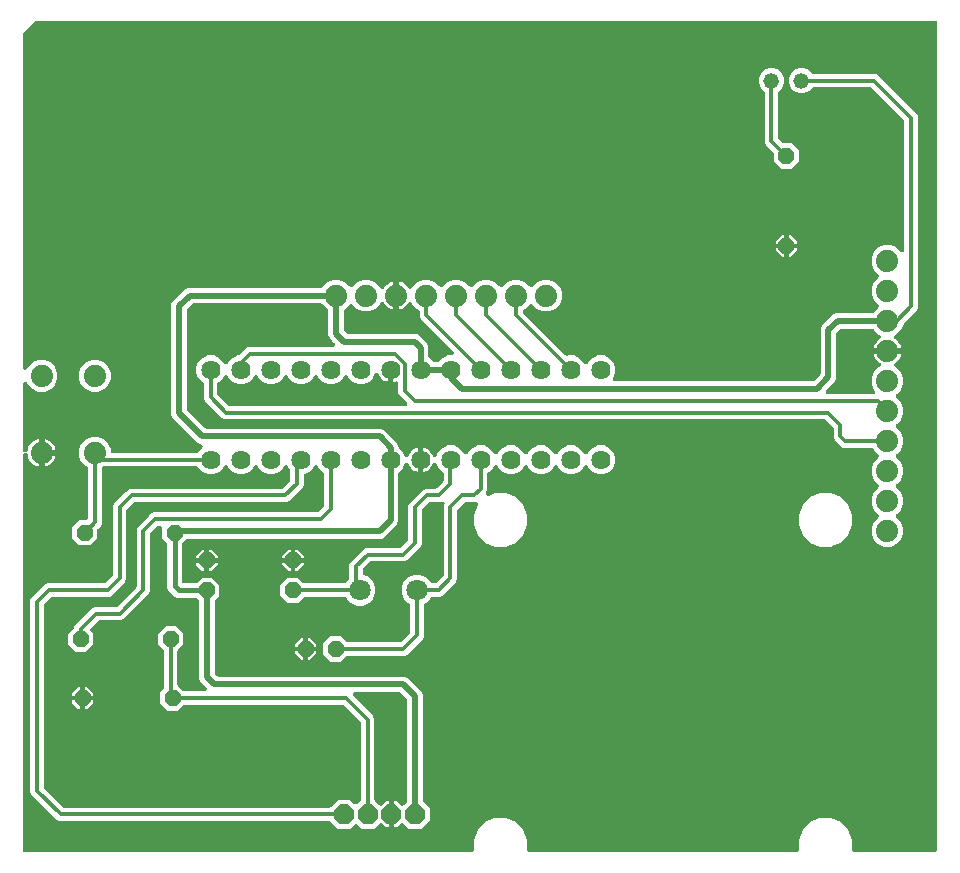
<source format=gbr>
G04 EAGLE Gerber RS-274X export*
G75*
%MOMM*%
%FSLAX34Y34*%
%LPD*%
%INBottom Copper*%
%IPPOS*%
%AMOC8*
5,1,8,0,0,1.08239X$1,22.5*%
G01*
%ADD10P,1.429621X8X112.500000*%
%ADD11P,1.429621X8X202.500000*%
%ADD12C,1.320800*%
%ADD13C,1.879600*%
%ADD14P,1.429621X8X22.500000*%
%ADD15C,1.625600*%
%ADD16C,1.800000*%
%ADD17P,1.814519X8X22.500000*%
%ADD18C,0.508000*%
%ADD19C,0.406400*%
%ADD20C,0.304800*%

G36*
X467826Y77971D02*
X467826Y77971D01*
X467844Y77969D01*
X468026Y77990D01*
X468209Y78009D01*
X468226Y78014D01*
X468243Y78016D01*
X468418Y78073D01*
X468594Y78127D01*
X468609Y78135D01*
X468626Y78141D01*
X468786Y78231D01*
X468948Y78319D01*
X468961Y78330D01*
X468977Y78339D01*
X469116Y78459D01*
X469257Y78576D01*
X469268Y78590D01*
X469282Y78602D01*
X469394Y78747D01*
X469509Y78890D01*
X469517Y78906D01*
X469528Y78920D01*
X469610Y79085D01*
X469695Y79247D01*
X469700Y79264D01*
X469708Y79281D01*
X469755Y79459D01*
X469806Y79634D01*
X469808Y79652D01*
X469812Y79669D01*
X469839Y80000D01*
X469839Y88708D01*
X473289Y97036D01*
X479664Y103411D01*
X487277Y106564D01*
X487992Y106861D01*
X497008Y106861D01*
X505336Y103411D01*
X511711Y97036D01*
X515161Y88708D01*
X515161Y80000D01*
X515163Y79982D01*
X515161Y79964D01*
X515182Y79782D01*
X515201Y79599D01*
X515206Y79582D01*
X515208Y79565D01*
X515265Y79390D01*
X515319Y79214D01*
X515327Y79199D01*
X515333Y79182D01*
X515423Y79022D01*
X515511Y78860D01*
X515522Y78847D01*
X515531Y78831D01*
X515651Y78692D01*
X515768Y78551D01*
X515782Y78540D01*
X515794Y78527D01*
X515939Y78414D01*
X516082Y78299D01*
X516098Y78291D01*
X516112Y78280D01*
X516277Y78198D01*
X516439Y78113D01*
X516456Y78108D01*
X516472Y78100D01*
X516651Y78053D01*
X516826Y78002D01*
X516844Y78000D01*
X516861Y77996D01*
X517192Y77969D01*
X742808Y77969D01*
X742826Y77971D01*
X742844Y77969D01*
X743026Y77990D01*
X743209Y78009D01*
X743226Y78014D01*
X743243Y78016D01*
X743418Y78073D01*
X743594Y78127D01*
X743609Y78135D01*
X743626Y78141D01*
X743786Y78231D01*
X743948Y78319D01*
X743961Y78330D01*
X743977Y78339D01*
X744116Y78459D01*
X744257Y78576D01*
X744268Y78590D01*
X744282Y78602D01*
X744394Y78747D01*
X744509Y78890D01*
X744517Y78906D01*
X744528Y78920D01*
X744610Y79085D01*
X744695Y79247D01*
X744700Y79264D01*
X744708Y79281D01*
X744755Y79459D01*
X744806Y79634D01*
X744808Y79652D01*
X744812Y79669D01*
X744839Y80000D01*
X744839Y88708D01*
X748289Y97036D01*
X754664Y103411D01*
X762277Y106564D01*
X762992Y106861D01*
X772008Y106861D01*
X780336Y103411D01*
X786711Y97036D01*
X790161Y88708D01*
X790161Y80000D01*
X790163Y79982D01*
X790161Y79964D01*
X790182Y79782D01*
X790201Y79599D01*
X790206Y79582D01*
X790208Y79565D01*
X790265Y79390D01*
X790319Y79214D01*
X790327Y79199D01*
X790333Y79182D01*
X790423Y79022D01*
X790511Y78860D01*
X790522Y78847D01*
X790531Y78831D01*
X790651Y78692D01*
X790768Y78551D01*
X790782Y78540D01*
X790794Y78527D01*
X790939Y78414D01*
X791082Y78299D01*
X791098Y78291D01*
X791112Y78280D01*
X791277Y78198D01*
X791439Y78113D01*
X791456Y78108D01*
X791472Y78100D01*
X791651Y78053D01*
X791826Y78002D01*
X791844Y78000D01*
X791861Y77996D01*
X792192Y77969D01*
X860000Y77969D01*
X860018Y77971D01*
X860036Y77969D01*
X860218Y77990D01*
X860401Y78009D01*
X860418Y78014D01*
X860435Y78016D01*
X860610Y78073D01*
X860786Y78127D01*
X860801Y78135D01*
X860818Y78141D01*
X860978Y78231D01*
X861140Y78319D01*
X861153Y78330D01*
X861169Y78339D01*
X861308Y78459D01*
X861449Y78576D01*
X861460Y78590D01*
X861474Y78602D01*
X861586Y78747D01*
X861701Y78890D01*
X861709Y78906D01*
X861720Y78920D01*
X861802Y79085D01*
X861887Y79247D01*
X861892Y79264D01*
X861900Y79281D01*
X861947Y79459D01*
X861998Y79634D01*
X862000Y79652D01*
X862004Y79669D01*
X862031Y80000D01*
X862031Y780000D01*
X862029Y780018D01*
X862031Y780036D01*
X862010Y780218D01*
X861991Y780401D01*
X861986Y780418D01*
X861984Y780435D01*
X861927Y780610D01*
X861873Y780786D01*
X861865Y780801D01*
X861859Y780818D01*
X861769Y780978D01*
X861681Y781140D01*
X861670Y781153D01*
X861661Y781169D01*
X861541Y781308D01*
X861424Y781449D01*
X861410Y781460D01*
X861398Y781474D01*
X861253Y781586D01*
X861110Y781701D01*
X861094Y781709D01*
X861080Y781720D01*
X860915Y781802D01*
X860753Y781887D01*
X860736Y781892D01*
X860720Y781900D01*
X860541Y781947D01*
X860366Y781998D01*
X860348Y782000D01*
X860331Y782004D01*
X860000Y782031D01*
X100000Y782031D01*
X99973Y782029D01*
X99947Y782031D01*
X99773Y782009D01*
X99599Y781991D01*
X99574Y781984D01*
X99547Y781980D01*
X99382Y781925D01*
X99214Y781873D01*
X99191Y781860D01*
X99166Y781852D01*
X99014Y781765D01*
X98860Y781681D01*
X98840Y781664D01*
X98817Y781651D01*
X98564Y781436D01*
X88564Y771436D01*
X88547Y771416D01*
X88527Y771398D01*
X88419Y771260D01*
X88309Y771125D01*
X88296Y771101D01*
X88280Y771080D01*
X88202Y770923D01*
X88120Y770769D01*
X88112Y770744D01*
X88100Y770720D01*
X88055Y770550D01*
X88005Y770383D01*
X88003Y770357D01*
X87996Y770331D01*
X87969Y770000D01*
X87969Y488498D01*
X87969Y488494D01*
X87969Y488489D01*
X87989Y488295D01*
X88009Y488097D01*
X88010Y488093D01*
X88010Y488089D01*
X88069Y487901D01*
X88127Y487713D01*
X88129Y487709D01*
X88130Y487704D01*
X88226Y487529D01*
X88319Y487358D01*
X88321Y487355D01*
X88324Y487351D01*
X88452Y487198D01*
X88576Y487049D01*
X88580Y487046D01*
X88583Y487043D01*
X88738Y486919D01*
X88890Y486797D01*
X88894Y486795D01*
X88898Y486792D01*
X89076Y486700D01*
X89247Y486611D01*
X89252Y486610D01*
X89256Y486608D01*
X89449Y486553D01*
X89634Y486500D01*
X89639Y486500D01*
X89643Y486498D01*
X89839Y486483D01*
X90036Y486467D01*
X90040Y486468D01*
X90044Y486467D01*
X90238Y486491D01*
X90435Y486514D01*
X90440Y486515D01*
X90444Y486516D01*
X90629Y486577D01*
X90818Y486639D01*
X90822Y486641D01*
X90826Y486642D01*
X90995Y486739D01*
X91169Y486837D01*
X91172Y486840D01*
X91176Y486842D01*
X91325Y486971D01*
X91474Y487100D01*
X91476Y487103D01*
X91480Y487106D01*
X91602Y487266D01*
X91720Y487418D01*
X91722Y487422D01*
X91725Y487426D01*
X91877Y487721D01*
X92381Y488938D01*
X96168Y492725D01*
X101116Y494775D01*
X106472Y494775D01*
X111420Y492725D01*
X115207Y488938D01*
X117257Y483990D01*
X117257Y478634D01*
X115207Y473686D01*
X111420Y469899D01*
X106472Y467849D01*
X101116Y467849D01*
X96168Y469899D01*
X92381Y473686D01*
X91877Y474903D01*
X91875Y474907D01*
X91873Y474911D01*
X91780Y475084D01*
X91686Y475258D01*
X91684Y475262D01*
X91681Y475266D01*
X91556Y475416D01*
X91430Y475569D01*
X91427Y475571D01*
X91424Y475575D01*
X91273Y475696D01*
X91117Y475822D01*
X91113Y475824D01*
X91110Y475827D01*
X90938Y475916D01*
X90761Y476009D01*
X90757Y476011D01*
X90753Y476013D01*
X90565Y476067D01*
X90375Y476122D01*
X90370Y476123D01*
X90366Y476124D01*
X90168Y476140D01*
X89973Y476157D01*
X89969Y476157D01*
X89964Y476157D01*
X89769Y476134D01*
X89573Y476112D01*
X89569Y476110D01*
X89565Y476110D01*
X89377Y476049D01*
X89190Y475989D01*
X89186Y475987D01*
X89182Y475985D01*
X89009Y475888D01*
X88839Y475792D01*
X88835Y475789D01*
X88831Y475787D01*
X88682Y475658D01*
X88533Y475531D01*
X88530Y475527D01*
X88527Y475524D01*
X88407Y475369D01*
X88284Y475214D01*
X88282Y475210D01*
X88280Y475206D01*
X88192Y475030D01*
X88104Y474854D01*
X88102Y474849D01*
X88100Y474845D01*
X88049Y474654D01*
X87997Y474465D01*
X87997Y474461D01*
X87996Y474457D01*
X87969Y474126D01*
X87969Y418498D01*
X87973Y418456D01*
X87971Y418414D01*
X87993Y418256D01*
X88009Y418098D01*
X88021Y418058D01*
X88027Y418016D01*
X88080Y417865D01*
X88127Y417713D01*
X88147Y417676D01*
X88161Y417636D01*
X88243Y417498D01*
X88319Y417359D01*
X88346Y417327D01*
X88367Y417290D01*
X88474Y417172D01*
X88576Y417050D01*
X88609Y417023D01*
X88638Y416992D01*
X88766Y416897D01*
X88890Y416797D01*
X88928Y416778D01*
X88962Y416753D01*
X89106Y416685D01*
X89247Y416612D01*
X89288Y416600D01*
X89326Y416582D01*
X89481Y416545D01*
X89634Y416500D01*
X89676Y416497D01*
X89717Y416487D01*
X89877Y416481D01*
X90036Y416468D01*
X90078Y416472D01*
X90120Y416471D01*
X90277Y416496D01*
X90435Y416514D01*
X90476Y416528D01*
X90517Y416534D01*
X90667Y416590D01*
X90818Y416639D01*
X90855Y416660D01*
X90895Y416675D01*
X91030Y416759D01*
X91169Y416837D01*
X91201Y416865D01*
X91237Y416887D01*
X91353Y416996D01*
X91474Y417100D01*
X91499Y417134D01*
X91530Y417163D01*
X91623Y417293D01*
X91720Y417418D01*
X91739Y417456D01*
X91764Y417491D01*
X91829Y417636D01*
X91900Y417779D01*
X91911Y417820D01*
X91928Y417858D01*
X91993Y418126D01*
X92004Y418168D01*
X92005Y418174D01*
X92006Y418181D01*
X92149Y419084D01*
X92730Y420871D01*
X93583Y422545D01*
X94688Y424066D01*
X96016Y425394D01*
X97537Y426499D01*
X99211Y427352D01*
X100998Y427933D01*
X101255Y427973D01*
X101255Y416796D01*
X101256Y416778D01*
X101255Y416761D01*
X101276Y416578D01*
X101295Y416396D01*
X101300Y416379D01*
X101302Y416361D01*
X101327Y416283D01*
X101288Y416146D01*
X101286Y416128D01*
X101282Y416111D01*
X101255Y415780D01*
X101255Y404603D01*
X100998Y404643D01*
X99211Y405224D01*
X97537Y406077D01*
X96016Y407182D01*
X94688Y408510D01*
X93583Y410031D01*
X92730Y411705D01*
X92149Y413492D01*
X92006Y414395D01*
X91996Y414436D01*
X91991Y414478D01*
X91945Y414630D01*
X91904Y414785D01*
X91886Y414823D01*
X91873Y414863D01*
X91797Y415003D01*
X91727Y415146D01*
X91702Y415180D01*
X91681Y415217D01*
X91579Y415340D01*
X91483Y415466D01*
X91451Y415494D01*
X91424Y415526D01*
X91299Y415626D01*
X91180Y415731D01*
X91143Y415752D01*
X91110Y415779D01*
X90969Y415852D01*
X90830Y415931D01*
X90790Y415945D01*
X90753Y415964D01*
X90599Y416008D01*
X90448Y416059D01*
X90406Y416064D01*
X90366Y416076D01*
X90206Y416089D01*
X90049Y416108D01*
X90007Y416105D01*
X89964Y416108D01*
X89806Y416090D01*
X89647Y416078D01*
X89607Y416066D01*
X89565Y416062D01*
X89413Y416012D01*
X89260Y415969D01*
X89222Y415950D01*
X89182Y415937D01*
X89043Y415858D01*
X88901Y415786D01*
X88868Y415760D01*
X88831Y415739D01*
X88710Y415634D01*
X88586Y415536D01*
X88558Y415503D01*
X88527Y415476D01*
X88429Y415350D01*
X88326Y415228D01*
X88306Y415191D01*
X88280Y415158D01*
X88209Y415015D01*
X88132Y414875D01*
X88119Y414835D01*
X88100Y414797D01*
X88059Y414643D01*
X88011Y414491D01*
X88007Y414449D01*
X87996Y414408D01*
X87973Y414134D01*
X87969Y414091D01*
X87969Y414084D01*
X87969Y414078D01*
X87969Y80000D01*
X87971Y79982D01*
X87969Y79964D01*
X87990Y79782D01*
X88009Y79599D01*
X88014Y79582D01*
X88016Y79565D01*
X88073Y79390D01*
X88127Y79214D01*
X88135Y79199D01*
X88141Y79182D01*
X88231Y79022D01*
X88319Y78860D01*
X88330Y78847D01*
X88339Y78831D01*
X88459Y78692D01*
X88576Y78551D01*
X88590Y78540D01*
X88602Y78527D01*
X88747Y78414D01*
X88890Y78299D01*
X88906Y78291D01*
X88920Y78280D01*
X89085Y78198D01*
X89247Y78113D01*
X89264Y78108D01*
X89281Y78100D01*
X89459Y78053D01*
X89634Y78002D01*
X89652Y78000D01*
X89669Y77996D01*
X90000Y77969D01*
X467808Y77969D01*
X467826Y77971D01*
G37*
%LPC*%
G36*
X354844Y97553D02*
X354844Y97553D01*
X348581Y103816D01*
X348561Y103833D01*
X348543Y103854D01*
X348405Y103961D01*
X348270Y104071D01*
X348246Y104084D01*
X348225Y104100D01*
X348068Y104178D01*
X347914Y104260D01*
X347889Y104268D01*
X347865Y104280D01*
X347695Y104325D01*
X347528Y104375D01*
X347502Y104377D01*
X347476Y104384D01*
X347145Y104411D01*
X118888Y104411D01*
X116834Y105262D01*
X95262Y126834D01*
X94411Y128888D01*
X94411Y291112D01*
X95262Y293166D01*
X106834Y304738D01*
X108888Y305589D01*
X156844Y305589D01*
X156870Y305591D01*
X156897Y305589D01*
X157071Y305611D01*
X157244Y305629D01*
X157270Y305636D01*
X157296Y305640D01*
X157462Y305695D01*
X157629Y305747D01*
X157653Y305760D01*
X157678Y305768D01*
X157830Y305855D01*
X157983Y305939D01*
X158004Y305956D01*
X158027Y305969D01*
X158280Y306184D01*
X163816Y311720D01*
X163833Y311741D01*
X163854Y311758D01*
X163961Y311896D01*
X164071Y312032D01*
X164084Y312055D01*
X164100Y312076D01*
X164178Y312233D01*
X164260Y312387D01*
X164268Y312413D01*
X164280Y312437D01*
X164325Y312606D01*
X164375Y312773D01*
X164377Y312800D01*
X164384Y312826D01*
X164411Y313156D01*
X164411Y371112D01*
X165262Y373166D01*
X167120Y375024D01*
X174976Y382880D01*
X174977Y382880D01*
X176834Y384738D01*
X177094Y384846D01*
X178888Y385589D01*
X306844Y385589D01*
X306870Y385591D01*
X306897Y385589D01*
X307071Y385611D01*
X307244Y385629D01*
X307270Y385636D01*
X307296Y385640D01*
X307462Y385695D01*
X307629Y385747D01*
X307653Y385760D01*
X307678Y385768D01*
X307830Y385855D01*
X307983Y385939D01*
X308004Y385956D01*
X308027Y385969D01*
X308280Y386184D01*
X313816Y391720D01*
X313833Y391741D01*
X313854Y391758D01*
X313961Y391896D01*
X314071Y392032D01*
X314084Y392055D01*
X314100Y392076D01*
X314178Y392233D01*
X314260Y392387D01*
X314268Y392413D01*
X314280Y392437D01*
X314325Y392606D01*
X314375Y392773D01*
X314377Y392800D01*
X314384Y392826D01*
X314411Y393156D01*
X314411Y400904D01*
X314409Y400931D01*
X314411Y400958D01*
X314389Y401131D01*
X314371Y401305D01*
X314364Y401330D01*
X314360Y401357D01*
X314305Y401523D01*
X314253Y401690D01*
X314240Y401713D01*
X314232Y401739D01*
X314145Y401890D01*
X314061Y402044D01*
X314044Y402064D01*
X314031Y402088D01*
X313816Y402341D01*
X312863Y403293D01*
X312377Y404469D01*
X312372Y404477D01*
X312370Y404485D01*
X312277Y404654D01*
X312186Y404824D01*
X312181Y404830D01*
X312176Y404838D01*
X312052Y404987D01*
X311930Y405134D01*
X311923Y405140D01*
X311917Y405147D01*
X311767Y405266D01*
X311617Y405388D01*
X311609Y405392D01*
X311602Y405398D01*
X311431Y405486D01*
X311261Y405575D01*
X311252Y405577D01*
X311244Y405581D01*
X311059Y405634D01*
X310874Y405688D01*
X310866Y405689D01*
X310857Y405691D01*
X310664Y405706D01*
X310473Y405723D01*
X310464Y405722D01*
X310456Y405722D01*
X310264Y405699D01*
X310073Y405677D01*
X310065Y405675D01*
X310056Y405674D01*
X309874Y405613D01*
X309690Y405554D01*
X309682Y405550D01*
X309674Y405547D01*
X309507Y405452D01*
X309338Y405358D01*
X309332Y405352D01*
X309324Y405348D01*
X309179Y405221D01*
X309033Y405096D01*
X309027Y405089D01*
X309020Y405083D01*
X308902Y404930D01*
X308784Y404779D01*
X308780Y404771D01*
X308775Y404764D01*
X308623Y404469D01*
X308136Y403293D01*
X304707Y399863D01*
X300225Y398007D01*
X295375Y398007D01*
X290893Y399863D01*
X287463Y403293D01*
X286977Y404469D01*
X286972Y404477D01*
X286970Y404485D01*
X286877Y404654D01*
X286786Y404824D01*
X286781Y404830D01*
X286776Y404838D01*
X286652Y404987D01*
X286530Y405134D01*
X286523Y405140D01*
X286517Y405147D01*
X286367Y405266D01*
X286217Y405388D01*
X286209Y405392D01*
X286202Y405398D01*
X286031Y405486D01*
X285861Y405575D01*
X285852Y405577D01*
X285844Y405581D01*
X285659Y405634D01*
X285474Y405688D01*
X285466Y405689D01*
X285457Y405691D01*
X285264Y405706D01*
X285073Y405723D01*
X285064Y405722D01*
X285056Y405722D01*
X284864Y405699D01*
X284673Y405677D01*
X284665Y405675D01*
X284656Y405674D01*
X284474Y405613D01*
X284290Y405554D01*
X284282Y405550D01*
X284274Y405547D01*
X284107Y405452D01*
X283938Y405358D01*
X283932Y405352D01*
X283924Y405348D01*
X283779Y405221D01*
X283633Y405096D01*
X283627Y405089D01*
X283620Y405083D01*
X283502Y404930D01*
X283384Y404779D01*
X283380Y404771D01*
X283375Y404764D01*
X283223Y404469D01*
X282736Y403293D01*
X279307Y399863D01*
X274825Y398007D01*
X269975Y398007D01*
X265493Y399863D01*
X262063Y403293D01*
X261577Y404469D01*
X261572Y404477D01*
X261570Y404485D01*
X261477Y404654D01*
X261386Y404824D01*
X261381Y404830D01*
X261376Y404838D01*
X261252Y404987D01*
X261130Y405134D01*
X261123Y405140D01*
X261117Y405147D01*
X260967Y405266D01*
X260817Y405388D01*
X260809Y405392D01*
X260802Y405398D01*
X260631Y405486D01*
X260461Y405575D01*
X260452Y405577D01*
X260444Y405581D01*
X260259Y405634D01*
X260074Y405688D01*
X260066Y405689D01*
X260057Y405691D01*
X259864Y405706D01*
X259673Y405723D01*
X259664Y405722D01*
X259656Y405722D01*
X259464Y405699D01*
X259273Y405677D01*
X259265Y405675D01*
X259256Y405674D01*
X259074Y405613D01*
X258890Y405554D01*
X258882Y405550D01*
X258874Y405547D01*
X258707Y405452D01*
X258538Y405358D01*
X258532Y405352D01*
X258524Y405348D01*
X258379Y405221D01*
X258233Y405096D01*
X258227Y405089D01*
X258220Y405083D01*
X258102Y404930D01*
X257984Y404779D01*
X257980Y404771D01*
X257975Y404764D01*
X257823Y404469D01*
X257336Y403293D01*
X253907Y399863D01*
X249425Y398007D01*
X244575Y398007D01*
X240093Y399863D01*
X236664Y403293D01*
X236637Y403357D01*
X236627Y403377D01*
X236620Y403398D01*
X236531Y403554D01*
X236447Y403712D01*
X236433Y403729D01*
X236422Y403749D01*
X236305Y403884D01*
X236190Y404023D01*
X236173Y404037D01*
X236159Y404054D01*
X236017Y404163D01*
X235878Y404276D01*
X235858Y404287D01*
X235840Y404300D01*
X235680Y404380D01*
X235521Y404463D01*
X235500Y404470D01*
X235480Y404480D01*
X235306Y404526D01*
X235135Y404576D01*
X235113Y404578D01*
X235091Y404584D01*
X234760Y404611D01*
X156626Y404611D01*
X156608Y404609D01*
X156590Y404611D01*
X156408Y404590D01*
X156225Y404571D01*
X156208Y404566D01*
X156191Y404564D01*
X156016Y404507D01*
X155840Y404453D01*
X155825Y404445D01*
X155808Y404439D01*
X155648Y404349D01*
X155486Y404261D01*
X155473Y404250D01*
X155457Y404241D01*
X155318Y404121D01*
X155177Y404004D01*
X155166Y403990D01*
X155152Y403978D01*
X155040Y403833D01*
X154925Y403690D01*
X154917Y403674D01*
X154906Y403660D01*
X154824Y403495D01*
X154739Y403333D01*
X154734Y403316D01*
X154726Y403300D01*
X154679Y403121D01*
X154628Y402946D01*
X154626Y402928D01*
X154622Y402911D01*
X154595Y402580D01*
X154595Y356194D01*
X153744Y354140D01*
X151464Y351860D01*
X151447Y351839D01*
X151426Y351822D01*
X151319Y351684D01*
X151209Y351549D01*
X151196Y351525D01*
X151180Y351504D01*
X151102Y351347D01*
X151020Y351193D01*
X151012Y351167D01*
X151000Y351143D01*
X150955Y350974D01*
X150905Y350807D01*
X150903Y350780D01*
X150896Y350754D01*
X150869Y350424D01*
X150869Y344081D01*
X144619Y337831D01*
X135781Y337831D01*
X129531Y344081D01*
X129531Y352919D01*
X135781Y359169D01*
X141386Y359169D01*
X141404Y359171D01*
X141422Y359169D01*
X141604Y359190D01*
X141787Y359209D01*
X141804Y359214D01*
X141821Y359216D01*
X141996Y359273D01*
X142172Y359327D01*
X142187Y359335D01*
X142204Y359341D01*
X142364Y359431D01*
X142526Y359519D01*
X142539Y359530D01*
X142555Y359539D01*
X142694Y359659D01*
X142835Y359776D01*
X142846Y359790D01*
X142860Y359802D01*
X142972Y359947D01*
X143087Y360090D01*
X143095Y360106D01*
X143106Y360120D01*
X143188Y360285D01*
X143273Y360447D01*
X143278Y360464D01*
X143286Y360480D01*
X143333Y360659D01*
X143384Y360834D01*
X143386Y360852D01*
X143390Y360869D01*
X143417Y361200D01*
X143417Y402674D01*
X143415Y402696D01*
X143417Y402718D01*
X143395Y402896D01*
X143377Y403074D01*
X143371Y403096D01*
X143368Y403118D01*
X143312Y403287D01*
X143259Y403459D01*
X143249Y403479D01*
X143242Y403500D01*
X143153Y403656D01*
X143067Y403813D01*
X143053Y403830D01*
X143042Y403850D01*
X142924Y403986D01*
X142810Y404123D01*
X142792Y404136D01*
X142778Y404153D01*
X142636Y404263D01*
X142496Y404375D01*
X142476Y404385D01*
X142458Y404399D01*
X142163Y404550D01*
X141380Y404875D01*
X137593Y408662D01*
X135543Y413610D01*
X135543Y418966D01*
X137593Y423914D01*
X141380Y427701D01*
X146328Y429751D01*
X151684Y429751D01*
X156632Y427701D01*
X160419Y423914D01*
X162469Y418966D01*
X162469Y417820D01*
X162471Y417802D01*
X162469Y417784D01*
X162490Y417602D01*
X162509Y417419D01*
X162514Y417402D01*
X162516Y417385D01*
X162573Y417210D01*
X162627Y417034D01*
X162635Y417019D01*
X162641Y417002D01*
X162731Y416842D01*
X162819Y416680D01*
X162830Y416667D01*
X162839Y416651D01*
X162959Y416512D01*
X163076Y416371D01*
X163090Y416360D01*
X163102Y416346D01*
X163247Y416234D01*
X163390Y416119D01*
X163406Y416111D01*
X163420Y416100D01*
X163585Y416018D01*
X163747Y415933D01*
X163764Y415928D01*
X163780Y415920D01*
X163959Y415873D01*
X164134Y415822D01*
X164152Y415820D01*
X164169Y415816D01*
X164500Y415789D01*
X234760Y415789D01*
X234783Y415791D01*
X234805Y415789D01*
X234983Y415811D01*
X235161Y415829D01*
X235182Y415835D01*
X235205Y415838D01*
X235375Y415894D01*
X235546Y415947D01*
X235566Y415957D01*
X235587Y415964D01*
X235742Y416053D01*
X235900Y416139D01*
X235917Y416153D01*
X235937Y416164D01*
X236072Y416282D01*
X236209Y416396D01*
X236223Y416414D01*
X236240Y416428D01*
X236350Y416571D01*
X236462Y416710D01*
X236472Y416730D01*
X236485Y416748D01*
X236637Y417043D01*
X236664Y417107D01*
X239553Y419996D01*
X239562Y420007D01*
X239572Y420015D01*
X239689Y420162D01*
X239808Y420308D01*
X239814Y420320D01*
X239823Y420330D01*
X239909Y420497D01*
X239997Y420663D01*
X240001Y420676D01*
X240007Y420688D01*
X240058Y420869D01*
X240112Y421049D01*
X240113Y421063D01*
X240116Y421076D01*
X240131Y421261D01*
X240148Y421450D01*
X240147Y421464D01*
X240148Y421477D01*
X240125Y421663D01*
X240105Y421851D01*
X240101Y421863D01*
X240099Y421877D01*
X240040Y422055D01*
X239983Y422234D01*
X239977Y422246D01*
X239972Y422259D01*
X239879Y422423D01*
X239788Y422587D01*
X239780Y422597D01*
X239773Y422609D01*
X239649Y422751D01*
X239528Y422894D01*
X239517Y422902D01*
X239508Y422912D01*
X239359Y423027D01*
X239212Y423143D01*
X239200Y423149D01*
X239189Y423158D01*
X238894Y423309D01*
X236259Y424401D01*
X214401Y446259D01*
X213395Y448686D01*
X213395Y541314D01*
X214401Y543741D01*
X225559Y554899D01*
X227986Y555905D01*
X340007Y555905D01*
X340029Y555907D01*
X340051Y555905D01*
X340229Y555927D01*
X340407Y555945D01*
X340429Y555951D01*
X340451Y555954D01*
X340621Y556010D01*
X340792Y556063D01*
X340812Y556073D01*
X340833Y556080D01*
X340989Y556169D01*
X341146Y556255D01*
X341163Y556269D01*
X341183Y556280D01*
X341318Y556398D01*
X341455Y556512D01*
X341469Y556530D01*
X341486Y556544D01*
X341596Y556687D01*
X341708Y556826D01*
X341718Y556846D01*
X341732Y556864D01*
X341739Y556879D01*
X345574Y560713D01*
X347629Y561564D01*
X350522Y562763D01*
X355878Y562763D01*
X360826Y560713D01*
X364464Y557075D01*
X364477Y557064D01*
X364489Y557051D01*
X364633Y556937D01*
X364775Y556820D01*
X364791Y556812D01*
X364805Y556801D01*
X364969Y556718D01*
X365131Y556632D01*
X365148Y556627D01*
X365164Y556619D01*
X365341Y556569D01*
X365517Y556517D01*
X365535Y556515D01*
X365552Y556511D01*
X365735Y556497D01*
X365918Y556481D01*
X365936Y556483D01*
X365953Y556481D01*
X366135Y556504D01*
X366318Y556524D01*
X366335Y556529D01*
X366353Y556532D01*
X366526Y556590D01*
X366702Y556646D01*
X366718Y556654D01*
X366734Y556660D01*
X366894Y556752D01*
X367054Y556840D01*
X367068Y556852D01*
X367083Y556861D01*
X367336Y557075D01*
X370974Y560713D01*
X373029Y561564D01*
X375922Y562763D01*
X381278Y562763D01*
X386226Y560713D01*
X390013Y556926D01*
X390357Y556095D01*
X390439Y555943D01*
X390516Y555789D01*
X390534Y555766D01*
X390547Y555740D01*
X390657Y555607D01*
X390764Y555471D01*
X390786Y555452D01*
X390804Y555430D01*
X390938Y555321D01*
X391069Y555209D01*
X391094Y555194D01*
X391117Y555176D01*
X391269Y555096D01*
X391420Y555011D01*
X391448Y555003D01*
X391473Y554989D01*
X391639Y554941D01*
X391803Y554887D01*
X391832Y554884D01*
X391859Y554876D01*
X392032Y554861D01*
X392203Y554842D01*
X392232Y554844D01*
X392261Y554841D01*
X392432Y554861D01*
X392604Y554875D01*
X392632Y554883D01*
X392661Y554887D01*
X392825Y554939D01*
X392991Y554988D01*
X393016Y555001D01*
X393044Y555010D01*
X393194Y555094D01*
X393348Y555174D01*
X393370Y555192D01*
X393395Y555206D01*
X393526Y555318D01*
X393661Y555427D01*
X393682Y555451D01*
X393701Y555468D01*
X393754Y555535D01*
X393877Y555679D01*
X394894Y557078D01*
X396222Y558406D01*
X397743Y559511D01*
X399417Y560364D01*
X401204Y560945D01*
X401461Y560985D01*
X401461Y549808D01*
X401462Y549790D01*
X401461Y549773D01*
X401482Y549590D01*
X401501Y549408D01*
X401506Y549391D01*
X401508Y549373D01*
X401533Y549295D01*
X401494Y549158D01*
X401492Y549140D01*
X401488Y549123D01*
X401461Y548792D01*
X401461Y537615D01*
X401204Y537655D01*
X399417Y538236D01*
X397743Y539089D01*
X396222Y540194D01*
X394894Y541522D01*
X393877Y542921D01*
X393763Y543050D01*
X393651Y543183D01*
X393629Y543201D01*
X393609Y543222D01*
X393472Y543326D01*
X393336Y543434D01*
X393311Y543447D01*
X393288Y543464D01*
X393132Y543539D01*
X392978Y543617D01*
X392950Y543625D01*
X392924Y543638D01*
X392757Y543680D01*
X392591Y543727D01*
X392562Y543729D01*
X392534Y543736D01*
X392361Y543745D01*
X392189Y543758D01*
X392161Y543755D01*
X392132Y543756D01*
X391961Y543730D01*
X391790Y543710D01*
X391763Y543701D01*
X391734Y543696D01*
X391571Y543637D01*
X391408Y543583D01*
X391383Y543569D01*
X391355Y543559D01*
X391208Y543469D01*
X391058Y543384D01*
X391036Y543365D01*
X391011Y543350D01*
X390884Y543232D01*
X390754Y543119D01*
X390737Y543096D01*
X390715Y543077D01*
X390614Y542937D01*
X390509Y542800D01*
X390494Y542771D01*
X390479Y542751D01*
X390444Y542674D01*
X390357Y542505D01*
X390013Y541674D01*
X386226Y537887D01*
X381278Y535837D01*
X375922Y535837D01*
X370974Y537887D01*
X367336Y541525D01*
X367322Y541536D01*
X367311Y541549D01*
X367167Y541663D01*
X367025Y541780D01*
X367009Y541788D01*
X366995Y541799D01*
X366831Y541883D01*
X366669Y541968D01*
X366652Y541973D01*
X366636Y541981D01*
X366459Y542031D01*
X366283Y542083D01*
X366265Y542085D01*
X366248Y542089D01*
X366065Y542103D01*
X365882Y542119D01*
X365864Y542117D01*
X365847Y542119D01*
X365665Y542096D01*
X365482Y542076D01*
X365465Y542071D01*
X365447Y542068D01*
X365273Y542010D01*
X365098Y541954D01*
X365082Y541946D01*
X365066Y541940D01*
X364906Y541848D01*
X364746Y541760D01*
X364732Y541748D01*
X364717Y541739D01*
X364464Y541525D01*
X360765Y537826D01*
X360704Y537793D01*
X360687Y537779D01*
X360667Y537768D01*
X360532Y537651D01*
X360394Y537537D01*
X360379Y537519D01*
X360362Y537505D01*
X360253Y537363D01*
X360140Y537224D01*
X360129Y537204D01*
X360116Y537187D01*
X360036Y537026D01*
X359953Y536868D01*
X359946Y536846D01*
X359936Y536826D01*
X359890Y536653D01*
X359840Y536481D01*
X359838Y536459D01*
X359832Y536437D01*
X359805Y536107D01*
X359805Y520377D01*
X359807Y520351D01*
X359805Y520324D01*
X359827Y520150D01*
X359845Y519977D01*
X359852Y519951D01*
X359856Y519924D01*
X359911Y519759D01*
X359963Y519592D01*
X359976Y519568D01*
X359984Y519543D01*
X360071Y519391D01*
X360155Y519238D01*
X360172Y519217D01*
X360185Y519194D01*
X360400Y518941D01*
X362141Y517200D01*
X362162Y517183D01*
X362179Y517162D01*
X362317Y517055D01*
X362452Y516945D01*
X362476Y516932D01*
X362497Y516916D01*
X362654Y516838D01*
X362808Y516756D01*
X362834Y516748D01*
X362858Y516736D01*
X363027Y516691D01*
X363194Y516641D01*
X363221Y516639D01*
X363246Y516632D01*
X363577Y516605D01*
X421314Y516605D01*
X423741Y515599D01*
X430399Y508941D01*
X431405Y506514D01*
X431405Y497880D01*
X431407Y497853D01*
X431405Y497826D01*
X431427Y497653D01*
X431445Y497479D01*
X431452Y497454D01*
X431456Y497427D01*
X431511Y497261D01*
X431563Y497094D01*
X431576Y497071D01*
X431584Y497045D01*
X431671Y496894D01*
X431755Y496740D01*
X431772Y496720D01*
X431785Y496696D01*
X432000Y496443D01*
X434843Y493600D01*
X434864Y493583D01*
X434882Y493562D01*
X435020Y493455D01*
X435155Y493345D01*
X435179Y493332D01*
X435200Y493316D01*
X435357Y493238D01*
X435511Y493156D01*
X435536Y493148D01*
X435560Y493136D01*
X435730Y493091D01*
X435897Y493041D01*
X435923Y493039D01*
X435949Y493032D01*
X436280Y493005D01*
X438720Y493005D01*
X438747Y493007D01*
X438774Y493005D01*
X438947Y493027D01*
X439121Y493045D01*
X439146Y493052D01*
X439173Y493056D01*
X439339Y493111D01*
X439506Y493163D01*
X439529Y493176D01*
X439555Y493184D01*
X439706Y493271D01*
X439860Y493355D01*
X439880Y493372D01*
X439904Y493385D01*
X440157Y493600D01*
X443293Y496737D01*
X447775Y498593D01*
X450600Y498593D01*
X450609Y498594D01*
X450618Y498593D01*
X450811Y498614D01*
X451000Y498633D01*
X451009Y498635D01*
X451018Y498636D01*
X451202Y498695D01*
X451385Y498751D01*
X451393Y498755D01*
X451402Y498758D01*
X451570Y498851D01*
X451739Y498943D01*
X451746Y498948D01*
X451754Y498953D01*
X451901Y499077D01*
X452049Y499200D01*
X452054Y499207D01*
X452061Y499213D01*
X452181Y499365D01*
X452301Y499514D01*
X452305Y499522D01*
X452311Y499529D01*
X452398Y499702D01*
X452486Y499871D01*
X452489Y499880D01*
X452493Y499888D01*
X452545Y500074D01*
X452598Y500258D01*
X452599Y500267D01*
X452601Y500276D01*
X452615Y500468D01*
X452631Y500660D01*
X452630Y500668D01*
X452630Y500677D01*
X452606Y500870D01*
X452584Y501059D01*
X452581Y501068D01*
X452580Y501077D01*
X452519Y501259D01*
X452459Y501442D01*
X452454Y501450D01*
X452452Y501458D01*
X452356Y501625D01*
X452261Y501793D01*
X452255Y501800D01*
X452251Y501807D01*
X452036Y502060D01*
X424662Y529434D01*
X423811Y531488D01*
X423811Y535686D01*
X423809Y535708D01*
X423811Y535730D01*
X423789Y535908D01*
X423771Y536086D01*
X423765Y536108D01*
X423762Y536130D01*
X423706Y536299D01*
X423653Y536471D01*
X423643Y536491D01*
X423636Y536512D01*
X423547Y536668D01*
X423461Y536825D01*
X423447Y536842D01*
X423436Y536862D01*
X423318Y536998D01*
X423204Y537135D01*
X423186Y537148D01*
X423172Y537165D01*
X423030Y537275D01*
X422890Y537387D01*
X422870Y537397D01*
X422852Y537411D01*
X422557Y537562D01*
X421774Y537887D01*
X417987Y541674D01*
X417643Y542505D01*
X417561Y542657D01*
X417484Y542811D01*
X417466Y542834D01*
X417453Y542860D01*
X417343Y542993D01*
X417236Y543129D01*
X417214Y543148D01*
X417196Y543170D01*
X417062Y543279D01*
X416931Y543391D01*
X416906Y543406D01*
X416883Y543424D01*
X416731Y543504D01*
X416580Y543589D01*
X416552Y543597D01*
X416527Y543611D01*
X416361Y543659D01*
X416197Y543713D01*
X416168Y543716D01*
X416141Y543724D01*
X415968Y543739D01*
X415797Y543758D01*
X415768Y543756D01*
X415739Y543759D01*
X415568Y543739D01*
X415396Y543725D01*
X415368Y543717D01*
X415339Y543713D01*
X415175Y543661D01*
X415009Y543612D01*
X414984Y543599D01*
X414956Y543590D01*
X414806Y543506D01*
X414652Y543426D01*
X414630Y543408D01*
X414605Y543394D01*
X414474Y543282D01*
X414339Y543173D01*
X414318Y543149D01*
X414299Y543132D01*
X414246Y543065D01*
X414123Y542921D01*
X413106Y541522D01*
X411778Y540194D01*
X410257Y539089D01*
X408583Y538236D01*
X406796Y537655D01*
X406539Y537615D01*
X406539Y548792D01*
X406537Y548810D01*
X406539Y548827D01*
X406518Y549010D01*
X406499Y549192D01*
X406494Y549209D01*
X406492Y549227D01*
X406467Y549305D01*
X406506Y549442D01*
X406508Y549460D01*
X406512Y549477D01*
X406539Y549808D01*
X406539Y560985D01*
X406796Y560945D01*
X408583Y560364D01*
X410257Y559511D01*
X411778Y558406D01*
X413106Y557078D01*
X414123Y555679D01*
X414237Y555550D01*
X414349Y555417D01*
X414371Y555399D01*
X414391Y555378D01*
X414528Y555274D01*
X414664Y555166D01*
X414689Y555153D01*
X414712Y555136D01*
X414868Y555061D01*
X415022Y554983D01*
X415050Y554975D01*
X415076Y554962D01*
X415243Y554920D01*
X415409Y554873D01*
X415438Y554871D01*
X415466Y554864D01*
X415639Y554855D01*
X415811Y554842D01*
X415839Y554845D01*
X415868Y554844D01*
X416039Y554870D01*
X416210Y554890D01*
X416237Y554899D01*
X416266Y554904D01*
X416429Y554963D01*
X416592Y555017D01*
X416617Y555031D01*
X416645Y555041D01*
X416792Y555131D01*
X416942Y555216D01*
X416964Y555235D01*
X416989Y555250D01*
X417116Y555368D01*
X417246Y555481D01*
X417263Y555504D01*
X417285Y555523D01*
X417386Y555663D01*
X417491Y555800D01*
X417506Y555829D01*
X417521Y555849D01*
X417556Y555926D01*
X417643Y556095D01*
X417987Y556926D01*
X421774Y560713D01*
X423829Y561564D01*
X426722Y562763D01*
X432078Y562763D01*
X437026Y560713D01*
X440664Y557075D01*
X440677Y557064D01*
X440689Y557051D01*
X440833Y556937D01*
X440975Y556820D01*
X440991Y556812D01*
X441005Y556801D01*
X441169Y556718D01*
X441331Y556632D01*
X441348Y556627D01*
X441364Y556619D01*
X441541Y556569D01*
X441717Y556517D01*
X441735Y556515D01*
X441752Y556511D01*
X441935Y556497D01*
X442118Y556481D01*
X442136Y556483D01*
X442153Y556481D01*
X442335Y556504D01*
X442518Y556524D01*
X442535Y556529D01*
X442553Y556532D01*
X442726Y556590D01*
X442902Y556646D01*
X442918Y556654D01*
X442934Y556660D01*
X443094Y556752D01*
X443254Y556840D01*
X443268Y556852D01*
X443283Y556861D01*
X443536Y557075D01*
X447174Y560713D01*
X449229Y561564D01*
X452122Y562763D01*
X457478Y562763D01*
X462426Y560713D01*
X466064Y557075D01*
X466077Y557064D01*
X466089Y557051D01*
X466233Y556937D01*
X466375Y556820D01*
X466391Y556812D01*
X466405Y556801D01*
X466569Y556718D01*
X466731Y556632D01*
X466748Y556627D01*
X466764Y556619D01*
X466941Y556569D01*
X467117Y556517D01*
X467135Y556515D01*
X467152Y556511D01*
X467335Y556497D01*
X467518Y556481D01*
X467536Y556483D01*
X467553Y556481D01*
X467735Y556504D01*
X467918Y556524D01*
X467935Y556529D01*
X467953Y556532D01*
X468126Y556590D01*
X468302Y556646D01*
X468318Y556654D01*
X468334Y556660D01*
X468494Y556752D01*
X468654Y556840D01*
X468668Y556852D01*
X468683Y556861D01*
X468936Y557075D01*
X472574Y560713D01*
X474629Y561564D01*
X477522Y562763D01*
X482878Y562763D01*
X487826Y560713D01*
X491464Y557075D01*
X491477Y557064D01*
X491489Y557051D01*
X491633Y556937D01*
X491775Y556820D01*
X491791Y556812D01*
X491805Y556801D01*
X491969Y556718D01*
X492131Y556632D01*
X492148Y556627D01*
X492164Y556619D01*
X492341Y556569D01*
X492517Y556517D01*
X492535Y556515D01*
X492552Y556511D01*
X492735Y556497D01*
X492918Y556481D01*
X492936Y556483D01*
X492953Y556481D01*
X493135Y556504D01*
X493318Y556524D01*
X493335Y556529D01*
X493353Y556532D01*
X493526Y556590D01*
X493702Y556646D01*
X493718Y556654D01*
X493734Y556660D01*
X493894Y556752D01*
X494054Y556840D01*
X494068Y556852D01*
X494083Y556861D01*
X494336Y557075D01*
X497974Y560713D01*
X500029Y561564D01*
X502922Y562763D01*
X508278Y562763D01*
X513226Y560713D01*
X516864Y557075D01*
X516877Y557064D01*
X516889Y557051D01*
X517033Y556937D01*
X517175Y556820D01*
X517191Y556812D01*
X517205Y556801D01*
X517369Y556718D01*
X517531Y556632D01*
X517548Y556627D01*
X517564Y556619D01*
X517741Y556569D01*
X517917Y556517D01*
X517935Y556515D01*
X517952Y556511D01*
X518135Y556497D01*
X518318Y556481D01*
X518336Y556483D01*
X518353Y556481D01*
X518535Y556504D01*
X518718Y556524D01*
X518735Y556529D01*
X518753Y556532D01*
X518926Y556590D01*
X519102Y556646D01*
X519118Y556654D01*
X519134Y556660D01*
X519294Y556752D01*
X519454Y556840D01*
X519468Y556852D01*
X519483Y556861D01*
X519736Y557075D01*
X523374Y560713D01*
X525429Y561564D01*
X528322Y562763D01*
X533678Y562763D01*
X538626Y560713D01*
X542413Y556926D01*
X544463Y551978D01*
X544463Y546622D01*
X542413Y541674D01*
X538626Y537887D01*
X533678Y535837D01*
X528322Y535837D01*
X523374Y537887D01*
X519736Y541525D01*
X519722Y541536D01*
X519711Y541549D01*
X519567Y541663D01*
X519425Y541780D01*
X519409Y541788D01*
X519395Y541799D01*
X519231Y541883D01*
X519069Y541968D01*
X519052Y541973D01*
X519036Y541981D01*
X518859Y542031D01*
X518683Y542083D01*
X518665Y542085D01*
X518648Y542089D01*
X518465Y542103D01*
X518282Y542119D01*
X518264Y542117D01*
X518247Y542119D01*
X518065Y542096D01*
X517882Y542076D01*
X517865Y542071D01*
X517847Y542068D01*
X517673Y542010D01*
X517498Y541954D01*
X517482Y541946D01*
X517466Y541940D01*
X517306Y541848D01*
X517146Y541760D01*
X517132Y541748D01*
X517117Y541739D01*
X516864Y541525D01*
X513226Y537887D01*
X512493Y537583D01*
X512481Y537577D01*
X512468Y537573D01*
X512303Y537482D01*
X512138Y537393D01*
X512127Y537384D01*
X512116Y537378D01*
X511972Y537256D01*
X511827Y537136D01*
X511819Y537126D01*
X511809Y537117D01*
X511692Y536970D01*
X511574Y536824D01*
X511567Y536812D01*
X511559Y536801D01*
X511474Y536634D01*
X511387Y536467D01*
X511383Y536454D01*
X511377Y536442D01*
X511326Y536262D01*
X511273Y536081D01*
X511272Y536068D01*
X511269Y536055D01*
X511255Y535866D01*
X511239Y535680D01*
X511240Y535667D01*
X511239Y535653D01*
X511263Y535465D01*
X511284Y535280D01*
X511288Y535267D01*
X511290Y535254D01*
X511350Y535076D01*
X511407Y534896D01*
X511414Y534885D01*
X511418Y534872D01*
X511512Y534709D01*
X511604Y534545D01*
X511612Y534535D01*
X511619Y534523D01*
X511834Y534270D01*
X547097Y499007D01*
X547106Y498999D01*
X547109Y498995D01*
X547117Y498989D01*
X547129Y498975D01*
X547270Y498865D01*
X547409Y498751D01*
X547428Y498741D01*
X547446Y498727D01*
X547606Y498647D01*
X547764Y498563D01*
X547786Y498557D01*
X547806Y498546D01*
X547979Y498499D01*
X548150Y498448D01*
X548172Y498446D01*
X548194Y498440D01*
X548372Y498428D01*
X548551Y498412D01*
X548574Y498414D01*
X548596Y498413D01*
X548772Y498436D01*
X548951Y498455D01*
X548973Y498462D01*
X548995Y498465D01*
X549311Y498566D01*
X549375Y498593D01*
X554225Y498593D01*
X558707Y496737D01*
X562137Y493307D01*
X562623Y492131D01*
X562628Y492123D01*
X562630Y492115D01*
X562724Y491944D01*
X562814Y491776D01*
X562819Y491770D01*
X562824Y491762D01*
X562948Y491613D01*
X563070Y491466D01*
X563077Y491460D01*
X563083Y491453D01*
X563233Y491334D01*
X563383Y491212D01*
X563391Y491208D01*
X563398Y491202D01*
X563569Y491114D01*
X563739Y491025D01*
X563748Y491023D01*
X563756Y491019D01*
X563941Y490966D01*
X564126Y490912D01*
X564134Y490911D01*
X564143Y490909D01*
X564336Y490894D01*
X564527Y490877D01*
X564536Y490878D01*
X564544Y490878D01*
X564736Y490901D01*
X564927Y490923D01*
X564935Y490925D01*
X564944Y490926D01*
X565126Y490987D01*
X565310Y491046D01*
X565318Y491050D01*
X565326Y491053D01*
X565493Y491148D01*
X565662Y491242D01*
X565668Y491248D01*
X565676Y491252D01*
X565821Y491378D01*
X565967Y491504D01*
X565973Y491511D01*
X565980Y491517D01*
X566098Y491670D01*
X566216Y491821D01*
X566220Y491829D01*
X566225Y491836D01*
X566377Y492131D01*
X566864Y493307D01*
X570293Y496737D01*
X574775Y498593D01*
X579625Y498593D01*
X584107Y496737D01*
X587537Y493307D01*
X589393Y488825D01*
X589393Y483975D01*
X587503Y479413D01*
X587499Y479400D01*
X587493Y479389D01*
X587442Y479209D01*
X587387Y479028D01*
X587386Y479015D01*
X587382Y479002D01*
X587367Y478814D01*
X587349Y478627D01*
X587350Y478614D01*
X587349Y478600D01*
X587371Y478413D01*
X587390Y478227D01*
X587394Y478214D01*
X587396Y478201D01*
X587454Y478021D01*
X587510Y477842D01*
X587517Y477831D01*
X587521Y477818D01*
X587614Y477653D01*
X587703Y477489D01*
X587712Y477479D01*
X587719Y477467D01*
X587842Y477325D01*
X587963Y477181D01*
X587973Y477173D01*
X587982Y477162D01*
X588130Y477047D01*
X588277Y476930D01*
X588289Y476924D01*
X588300Y476916D01*
X588469Y476832D01*
X588636Y476746D01*
X588648Y476742D01*
X588660Y476736D01*
X588843Y476687D01*
X589023Y476636D01*
X589036Y476635D01*
X589049Y476632D01*
X589380Y476605D01*
X756423Y476605D01*
X756449Y476607D01*
X756476Y476605D01*
X756650Y476627D01*
X756823Y476645D01*
X756849Y476652D01*
X756876Y476656D01*
X757041Y476711D01*
X757208Y476763D01*
X757232Y476776D01*
X757257Y476784D01*
X757409Y476871D01*
X757562Y476955D01*
X757583Y476972D01*
X757606Y476985D01*
X757859Y477200D01*
X762800Y482141D01*
X762817Y482162D01*
X762838Y482179D01*
X762945Y482317D01*
X763055Y482452D01*
X763068Y482476D01*
X763084Y482497D01*
X763162Y482654D01*
X763244Y482808D01*
X763252Y482834D01*
X763264Y482858D01*
X763309Y483027D01*
X763359Y483194D01*
X763361Y483221D01*
X763368Y483246D01*
X763395Y483577D01*
X763395Y521314D01*
X764401Y523741D01*
X774059Y533399D01*
X776486Y534405D01*
X806807Y534405D01*
X806829Y534407D01*
X806851Y534405D01*
X807029Y534427D01*
X807207Y534445D01*
X807229Y534451D01*
X807251Y534454D01*
X807421Y534510D01*
X807592Y534563D01*
X807612Y534573D01*
X807633Y534580D01*
X807789Y534669D01*
X807946Y534755D01*
X807963Y534769D01*
X807983Y534780D01*
X808118Y534898D01*
X808255Y535012D01*
X808269Y535030D01*
X808286Y535044D01*
X808396Y535187D01*
X808508Y535326D01*
X808518Y535346D01*
X808532Y535364D01*
X808539Y535379D01*
X812225Y539064D01*
X812236Y539077D01*
X812249Y539089D01*
X812363Y539233D01*
X812480Y539375D01*
X812488Y539391D01*
X812499Y539405D01*
X812582Y539569D01*
X812668Y539731D01*
X812673Y539748D01*
X812681Y539764D01*
X812731Y539941D01*
X812783Y540117D01*
X812785Y540135D01*
X812789Y540152D01*
X812803Y540335D01*
X812819Y540518D01*
X812817Y540536D01*
X812819Y540553D01*
X812796Y540735D01*
X812776Y540918D01*
X812771Y540935D01*
X812768Y540953D01*
X812710Y541126D01*
X812654Y541302D01*
X812646Y541318D01*
X812640Y541334D01*
X812548Y541494D01*
X812460Y541654D01*
X812448Y541668D01*
X812439Y541683D01*
X812225Y541936D01*
X808587Y545574D01*
X806537Y550522D01*
X806537Y555878D01*
X808587Y560826D01*
X812225Y564464D01*
X812236Y564477D01*
X812249Y564489D01*
X812363Y564632D01*
X812480Y564775D01*
X812488Y564791D01*
X812499Y564805D01*
X812582Y564969D01*
X812668Y565131D01*
X812673Y565148D01*
X812681Y565164D01*
X812731Y565341D01*
X812783Y565517D01*
X812785Y565535D01*
X812789Y565552D01*
X812803Y565735D01*
X812819Y565918D01*
X812817Y565936D01*
X812819Y565953D01*
X812796Y566135D01*
X812776Y566318D01*
X812771Y566335D01*
X812768Y566353D01*
X812710Y566526D01*
X812654Y566702D01*
X812646Y566718D01*
X812640Y566734D01*
X812548Y566894D01*
X812460Y567054D01*
X812448Y567068D01*
X812439Y567083D01*
X812225Y567336D01*
X808587Y570974D01*
X806537Y575922D01*
X806537Y581278D01*
X808587Y586226D01*
X812374Y590013D01*
X817322Y592063D01*
X822678Y592063D01*
X827626Y590013D01*
X830944Y586695D01*
X830951Y586690D01*
X830956Y586683D01*
X831106Y586563D01*
X831255Y586440D01*
X831263Y586436D01*
X831270Y586431D01*
X831440Y586342D01*
X831611Y586252D01*
X831620Y586249D01*
X831627Y586245D01*
X831812Y586192D01*
X831997Y586137D01*
X832006Y586136D01*
X832014Y586134D01*
X832205Y586118D01*
X832398Y586101D01*
X832407Y586102D01*
X832416Y586101D01*
X832605Y586123D01*
X832798Y586144D01*
X832807Y586147D01*
X832815Y586148D01*
X832997Y586207D01*
X833182Y586265D01*
X833190Y586270D01*
X833198Y586273D01*
X833367Y586368D01*
X833534Y586460D01*
X833541Y586466D01*
X833549Y586470D01*
X833695Y586596D01*
X833841Y586721D01*
X833847Y586728D01*
X833854Y586734D01*
X833971Y586885D01*
X834091Y587037D01*
X834095Y587045D01*
X834100Y587052D01*
X834186Y587224D01*
X834273Y587396D01*
X834276Y587404D01*
X834280Y587412D01*
X834330Y587598D01*
X834381Y587784D01*
X834382Y587792D01*
X834384Y587801D01*
X834411Y588132D01*
X834411Y696844D01*
X834409Y696870D01*
X834411Y696897D01*
X834389Y697071D01*
X834371Y697244D01*
X834364Y697270D01*
X834360Y697296D01*
X834305Y697462D01*
X834253Y697629D01*
X834240Y697653D01*
X834232Y697678D01*
X834145Y697830D01*
X834061Y697983D01*
X834044Y698004D01*
X834031Y698027D01*
X833816Y698280D01*
X807080Y725016D01*
X807059Y725033D01*
X807042Y725054D01*
X806904Y725161D01*
X806768Y725271D01*
X806745Y725284D01*
X806724Y725300D01*
X806567Y725378D01*
X806413Y725460D01*
X806387Y725468D01*
X806363Y725480D01*
X806194Y725525D01*
X806027Y725575D01*
X806000Y725577D01*
X805974Y725584D01*
X805644Y725611D01*
X757541Y725611D01*
X757514Y725609D01*
X757487Y725611D01*
X757313Y725589D01*
X757140Y725571D01*
X757114Y725564D01*
X757088Y725560D01*
X756922Y725505D01*
X756755Y725453D01*
X756731Y725440D01*
X756706Y725432D01*
X756554Y725345D01*
X756401Y725261D01*
X756380Y725244D01*
X756357Y725231D01*
X756104Y725016D01*
X753243Y722155D01*
X749322Y720531D01*
X745078Y720531D01*
X741157Y722155D01*
X738155Y725157D01*
X736531Y729078D01*
X736531Y733322D01*
X738155Y737243D01*
X741157Y740245D01*
X745078Y741869D01*
X749322Y741869D01*
X753243Y740245D01*
X756104Y737384D01*
X756125Y737367D01*
X756142Y737346D01*
X756280Y737239D01*
X756416Y737129D01*
X756439Y737116D01*
X756460Y737100D01*
X756617Y737022D01*
X756771Y736940D01*
X756797Y736932D01*
X756821Y736920D01*
X756990Y736875D01*
X757157Y736825D01*
X757184Y736823D01*
X757210Y736816D01*
X757541Y736789D01*
X809912Y736789D01*
X811966Y735938D01*
X844738Y703166D01*
X845589Y701112D01*
X845589Y538888D01*
X844738Y536834D01*
X834057Y526154D01*
X834038Y526130D01*
X834014Y526109D01*
X833910Y525974D01*
X833802Y525842D01*
X833788Y525815D01*
X833769Y525790D01*
X833617Y525495D01*
X831413Y520174D01*
X827626Y516387D01*
X826795Y516043D01*
X826643Y515961D01*
X826489Y515884D01*
X826466Y515866D01*
X826440Y515853D01*
X826307Y515743D01*
X826171Y515636D01*
X826152Y515614D01*
X826130Y515596D01*
X826021Y515462D01*
X825909Y515331D01*
X825894Y515306D01*
X825876Y515283D01*
X825796Y515131D01*
X825711Y514980D01*
X825703Y514952D01*
X825689Y514927D01*
X825641Y514761D01*
X825587Y514597D01*
X825584Y514568D01*
X825576Y514541D01*
X825561Y514368D01*
X825542Y514197D01*
X825544Y514168D01*
X825541Y514139D01*
X825561Y513968D01*
X825575Y513796D01*
X825583Y513768D01*
X825587Y513739D01*
X825639Y513575D01*
X825688Y513409D01*
X825701Y513384D01*
X825710Y513356D01*
X825794Y513206D01*
X825874Y513052D01*
X825892Y513030D01*
X825906Y513005D01*
X826018Y512874D01*
X826127Y512739D01*
X826151Y512718D01*
X826168Y512699D01*
X826235Y512646D01*
X826379Y512523D01*
X827778Y511506D01*
X829106Y510178D01*
X830211Y508657D01*
X831064Y506983D01*
X831645Y505196D01*
X831685Y504939D01*
X820508Y504939D01*
X820490Y504937D01*
X820473Y504939D01*
X820290Y504918D01*
X820108Y504899D01*
X820091Y504894D01*
X820073Y504892D01*
X819995Y504867D01*
X819858Y504906D01*
X819840Y504908D01*
X819823Y504912D01*
X819492Y504939D01*
X808315Y504939D01*
X808355Y505196D01*
X808936Y506983D01*
X809789Y508657D01*
X810894Y510178D01*
X812222Y511506D01*
X813621Y512523D01*
X813750Y512637D01*
X813883Y512749D01*
X813901Y512771D01*
X813922Y512791D01*
X814026Y512928D01*
X814134Y513064D01*
X814147Y513089D01*
X814164Y513112D01*
X814239Y513268D01*
X814317Y513422D01*
X814325Y513450D01*
X814338Y513476D01*
X814380Y513643D01*
X814427Y513809D01*
X814429Y513838D01*
X814436Y513866D01*
X814445Y514039D01*
X814458Y514211D01*
X814455Y514239D01*
X814456Y514268D01*
X814430Y514439D01*
X814410Y514610D01*
X814401Y514637D01*
X814396Y514666D01*
X814337Y514829D01*
X814283Y514992D01*
X814269Y515017D01*
X814259Y515045D01*
X814169Y515192D01*
X814084Y515342D01*
X814065Y515364D01*
X814050Y515389D01*
X813932Y515516D01*
X813819Y515646D01*
X813796Y515663D01*
X813777Y515685D01*
X813637Y515786D01*
X813500Y515891D01*
X813471Y515906D01*
X813451Y515921D01*
X813374Y515956D01*
X813205Y516043D01*
X812374Y516387D01*
X808526Y520235D01*
X808493Y520296D01*
X808479Y520313D01*
X808468Y520333D01*
X808351Y520468D01*
X808237Y520606D01*
X808219Y520621D01*
X808205Y520638D01*
X808063Y520747D01*
X807924Y520860D01*
X807904Y520871D01*
X807887Y520884D01*
X807726Y520964D01*
X807568Y521047D01*
X807546Y521054D01*
X807526Y521064D01*
X807353Y521110D01*
X807181Y521160D01*
X807159Y521162D01*
X807137Y521168D01*
X806807Y521195D01*
X781377Y521195D01*
X781351Y521193D01*
X781324Y521195D01*
X781150Y521173D01*
X780977Y521155D01*
X780951Y521148D01*
X780924Y521144D01*
X780759Y521089D01*
X780592Y521037D01*
X780568Y521024D01*
X780543Y521016D01*
X780391Y520929D01*
X780238Y520845D01*
X780217Y520828D01*
X780194Y520815D01*
X779941Y520600D01*
X777200Y517859D01*
X777183Y517838D01*
X777162Y517821D01*
X777055Y517683D01*
X776945Y517548D01*
X776932Y517524D01*
X776916Y517503D01*
X776838Y517346D01*
X776756Y517192D01*
X776748Y517166D01*
X776736Y517142D01*
X776691Y516973D01*
X776641Y516806D01*
X776639Y516779D01*
X776632Y516754D01*
X776605Y516423D01*
X776605Y478686D01*
X775599Y476259D01*
X773456Y474115D01*
X768397Y469056D01*
X768391Y469049D01*
X768384Y469044D01*
X768264Y468894D01*
X768142Y468745D01*
X768138Y468737D01*
X768132Y468730D01*
X768043Y468559D01*
X767953Y468389D01*
X767951Y468380D01*
X767946Y468373D01*
X767893Y468188D01*
X767838Y468003D01*
X767837Y467994D01*
X767835Y467986D01*
X767819Y467794D01*
X767802Y467602D01*
X767803Y467593D01*
X767802Y467584D01*
X767824Y467395D01*
X767845Y467202D01*
X767848Y467193D01*
X767849Y467185D01*
X767909Y467001D01*
X767967Y466818D01*
X767971Y466810D01*
X767974Y466802D01*
X768069Y466633D01*
X768162Y466466D01*
X768167Y466459D01*
X768172Y466451D01*
X768298Y466305D01*
X768422Y466159D01*
X768429Y466153D01*
X768435Y466146D01*
X768586Y466029D01*
X768738Y465909D01*
X768746Y465905D01*
X768753Y465900D01*
X768925Y465814D01*
X769097Y465727D01*
X769106Y465724D01*
X769114Y465720D01*
X769300Y465670D01*
X769485Y465619D01*
X769494Y465618D01*
X769502Y465616D01*
X769833Y465589D01*
X807468Y465589D01*
X807477Y465590D01*
X807486Y465589D01*
X807676Y465609D01*
X807869Y465629D01*
X807877Y465631D01*
X807886Y465632D01*
X808070Y465690D01*
X808254Y465747D01*
X808262Y465751D01*
X808270Y465754D01*
X808439Y465847D01*
X808608Y465939D01*
X808615Y465944D01*
X808623Y465949D01*
X808769Y466073D01*
X808917Y466196D01*
X808923Y466203D01*
X808929Y466209D01*
X809049Y466360D01*
X809169Y466510D01*
X809173Y466518D01*
X809179Y466525D01*
X809267Y466698D01*
X809355Y466867D01*
X809357Y466876D01*
X809361Y466884D01*
X809413Y467071D01*
X809466Y467254D01*
X809467Y467263D01*
X809469Y467272D01*
X809483Y467464D01*
X809499Y467656D01*
X809498Y467664D01*
X809499Y467673D01*
X809475Y467865D01*
X809452Y468055D01*
X809449Y468064D01*
X809448Y468073D01*
X809387Y468255D01*
X809327Y468438D01*
X809323Y468446D01*
X809320Y468454D01*
X809224Y468622D01*
X809130Y468789D01*
X809124Y468796D01*
X809119Y468803D01*
X808905Y469056D01*
X808587Y469374D01*
X806537Y474322D01*
X806537Y479678D01*
X808587Y484626D01*
X812374Y488413D01*
X813205Y488757D01*
X813357Y488839D01*
X813511Y488916D01*
X813534Y488934D01*
X813560Y488947D01*
X813693Y489057D01*
X813829Y489164D01*
X813848Y489185D01*
X813870Y489204D01*
X813979Y489338D01*
X814091Y489469D01*
X814105Y489494D01*
X814124Y489517D01*
X814204Y489670D01*
X814288Y489820D01*
X814297Y489847D01*
X814311Y489873D01*
X814359Y490039D01*
X814412Y490203D01*
X814416Y490232D01*
X814424Y490259D01*
X814439Y490432D01*
X814458Y490603D01*
X814456Y490632D01*
X814459Y490661D01*
X814439Y490832D01*
X814425Y491004D01*
X814417Y491032D01*
X814413Y491061D01*
X814361Y491225D01*
X814312Y491391D01*
X814299Y491416D01*
X814290Y491444D01*
X814206Y491595D01*
X814126Y491748D01*
X814108Y491770D01*
X814094Y491795D01*
X813982Y491927D01*
X813873Y492061D01*
X813849Y492082D01*
X813832Y492101D01*
X813765Y492154D01*
X813621Y492277D01*
X812222Y493294D01*
X810894Y494622D01*
X809789Y496143D01*
X808936Y497817D01*
X808355Y499604D01*
X808315Y499861D01*
X819492Y499861D01*
X819510Y499862D01*
X819527Y499861D01*
X819710Y499882D01*
X819892Y499901D01*
X819909Y499906D01*
X819927Y499908D01*
X820005Y499933D01*
X820142Y499894D01*
X820160Y499892D01*
X820177Y499888D01*
X820508Y499861D01*
X831685Y499861D01*
X831645Y499604D01*
X831064Y497817D01*
X830211Y496143D01*
X829106Y494622D01*
X827778Y493294D01*
X826379Y492277D01*
X826250Y492163D01*
X826117Y492051D01*
X826099Y492029D01*
X826078Y492009D01*
X825974Y491872D01*
X825866Y491736D01*
X825853Y491711D01*
X825836Y491688D01*
X825761Y491532D01*
X825683Y491378D01*
X825675Y491350D01*
X825662Y491324D01*
X825620Y491157D01*
X825573Y490991D01*
X825571Y490962D01*
X825564Y490934D01*
X825555Y490761D01*
X825542Y490589D01*
X825545Y490561D01*
X825544Y490532D01*
X825570Y490361D01*
X825590Y490190D01*
X825599Y490163D01*
X825604Y490134D01*
X825663Y489971D01*
X825717Y489808D01*
X825731Y489783D01*
X825741Y489755D01*
X825831Y489608D01*
X825916Y489458D01*
X825935Y489436D01*
X825950Y489411D01*
X826068Y489284D01*
X826181Y489154D01*
X826204Y489137D01*
X826223Y489115D01*
X826363Y489014D01*
X826500Y488909D01*
X826529Y488894D01*
X826549Y488879D01*
X826626Y488844D01*
X826795Y488757D01*
X827626Y488413D01*
X831413Y484626D01*
X833463Y479678D01*
X833463Y474322D01*
X831413Y469374D01*
X827775Y465736D01*
X827764Y465722D01*
X827751Y465711D01*
X827637Y465567D01*
X827520Y465425D01*
X827512Y465409D01*
X827501Y465395D01*
X827417Y465231D01*
X827332Y465069D01*
X827327Y465052D01*
X827319Y465036D01*
X827269Y464859D01*
X827217Y464683D01*
X827215Y464665D01*
X827211Y464648D01*
X827197Y464465D01*
X827181Y464282D01*
X827183Y464264D01*
X827181Y464247D01*
X827204Y464064D01*
X827224Y463882D01*
X827229Y463865D01*
X827232Y463847D01*
X827290Y463673D01*
X827346Y463498D01*
X827354Y463482D01*
X827360Y463466D01*
X827452Y463306D01*
X827540Y463146D01*
X827552Y463132D01*
X827561Y463117D01*
X827775Y462864D01*
X831413Y459226D01*
X833463Y454278D01*
X833463Y448922D01*
X831413Y443974D01*
X827775Y440336D01*
X827764Y440322D01*
X827751Y440311D01*
X827637Y440167D01*
X827520Y440025D01*
X827512Y440009D01*
X827501Y439995D01*
X827417Y439831D01*
X827332Y439669D01*
X827327Y439652D01*
X827319Y439636D01*
X827269Y439459D01*
X827217Y439283D01*
X827215Y439265D01*
X827211Y439248D01*
X827197Y439065D01*
X827181Y438882D01*
X827183Y438864D01*
X827181Y438847D01*
X827204Y438665D01*
X827224Y438482D01*
X827229Y438465D01*
X827232Y438447D01*
X827290Y438273D01*
X827346Y438098D01*
X827354Y438082D01*
X827360Y438066D01*
X827452Y437906D01*
X827540Y437746D01*
X827552Y437732D01*
X827561Y437717D01*
X827775Y437464D01*
X831413Y433826D01*
X833463Y428878D01*
X833463Y423522D01*
X831413Y418574D01*
X827775Y414936D01*
X827764Y414922D01*
X827751Y414911D01*
X827637Y414767D01*
X827520Y414625D01*
X827512Y414609D01*
X827501Y414595D01*
X827417Y414431D01*
X827332Y414269D01*
X827327Y414252D01*
X827319Y414236D01*
X827269Y414059D01*
X827217Y413883D01*
X827215Y413865D01*
X827211Y413848D01*
X827197Y413665D01*
X827181Y413482D01*
X827183Y413464D01*
X827181Y413447D01*
X827204Y413265D01*
X827224Y413082D01*
X827229Y413065D01*
X827232Y413047D01*
X827290Y412873D01*
X827346Y412698D01*
X827354Y412682D01*
X827360Y412666D01*
X827452Y412506D01*
X827540Y412346D01*
X827552Y412332D01*
X827561Y412317D01*
X827775Y412064D01*
X831413Y408426D01*
X833463Y403478D01*
X833463Y398122D01*
X831413Y393174D01*
X827775Y389536D01*
X827764Y389522D01*
X827751Y389511D01*
X827637Y389367D01*
X827520Y389225D01*
X827512Y389209D01*
X827501Y389195D01*
X827417Y389031D01*
X827332Y388869D01*
X827327Y388852D01*
X827319Y388836D01*
X827269Y388659D01*
X827217Y388483D01*
X827215Y388465D01*
X827211Y388448D01*
X827197Y388265D01*
X827181Y388082D01*
X827183Y388064D01*
X827181Y388047D01*
X827204Y387865D01*
X827224Y387682D01*
X827229Y387665D01*
X827232Y387647D01*
X827290Y387473D01*
X827346Y387298D01*
X827354Y387282D01*
X827360Y387266D01*
X827452Y387106D01*
X827540Y386946D01*
X827552Y386932D01*
X827561Y386917D01*
X827775Y386664D01*
X831413Y383026D01*
X833463Y378078D01*
X833463Y372722D01*
X831413Y367774D01*
X827775Y364136D01*
X827764Y364122D01*
X827751Y364111D01*
X827637Y363967D01*
X827520Y363825D01*
X827512Y363809D01*
X827501Y363795D01*
X827417Y363631D01*
X827332Y363469D01*
X827327Y363452D01*
X827319Y363436D01*
X827269Y363259D01*
X827217Y363083D01*
X827215Y363065D01*
X827211Y363048D01*
X827197Y362865D01*
X827181Y362682D01*
X827183Y362664D01*
X827181Y362647D01*
X827204Y362464D01*
X827224Y362282D01*
X827229Y362265D01*
X827232Y362247D01*
X827290Y362073D01*
X827346Y361898D01*
X827354Y361882D01*
X827360Y361866D01*
X827452Y361706D01*
X827540Y361546D01*
X827552Y361532D01*
X827561Y361517D01*
X827775Y361264D01*
X831413Y357626D01*
X833463Y352678D01*
X833463Y347322D01*
X831413Y342374D01*
X827626Y338587D01*
X822678Y336537D01*
X817322Y336537D01*
X812374Y338587D01*
X808587Y342374D01*
X806537Y347322D01*
X806537Y352678D01*
X808587Y357626D01*
X812225Y361264D01*
X812236Y361277D01*
X812249Y361289D01*
X812363Y361433D01*
X812480Y361575D01*
X812488Y361591D01*
X812499Y361605D01*
X812582Y361769D01*
X812668Y361931D01*
X812673Y361948D01*
X812681Y361964D01*
X812731Y362141D01*
X812783Y362317D01*
X812785Y362335D01*
X812789Y362352D01*
X812803Y362535D01*
X812819Y362718D01*
X812817Y362736D01*
X812819Y362753D01*
X812796Y362935D01*
X812776Y363118D01*
X812771Y363135D01*
X812768Y363153D01*
X812710Y363326D01*
X812654Y363502D01*
X812646Y363518D01*
X812640Y363534D01*
X812548Y363694D01*
X812460Y363854D01*
X812448Y363868D01*
X812439Y363883D01*
X812225Y364136D01*
X808587Y367774D01*
X806537Y372722D01*
X806537Y378078D01*
X808587Y383026D01*
X812225Y386664D01*
X812236Y386677D01*
X812249Y386689D01*
X812363Y386833D01*
X812480Y386975D01*
X812488Y386991D01*
X812499Y387005D01*
X812582Y387169D01*
X812668Y387331D01*
X812673Y387348D01*
X812681Y387364D01*
X812731Y387541D01*
X812783Y387717D01*
X812785Y387735D01*
X812789Y387752D01*
X812803Y387935D01*
X812819Y388118D01*
X812817Y388136D01*
X812819Y388153D01*
X812796Y388335D01*
X812776Y388518D01*
X812771Y388535D01*
X812768Y388553D01*
X812710Y388726D01*
X812654Y388902D01*
X812646Y388918D01*
X812640Y388934D01*
X812549Y389093D01*
X812460Y389254D01*
X812448Y389268D01*
X812439Y389283D01*
X812225Y389536D01*
X808587Y393174D01*
X806537Y398122D01*
X806537Y403478D01*
X808587Y408426D01*
X812225Y412064D01*
X812236Y412077D01*
X812249Y412089D01*
X812363Y412233D01*
X812480Y412375D01*
X812488Y412391D01*
X812499Y412405D01*
X812582Y412569D01*
X812668Y412731D01*
X812673Y412748D01*
X812681Y412764D01*
X812731Y412941D01*
X812783Y413117D01*
X812785Y413135D01*
X812789Y413152D01*
X812803Y413335D01*
X812819Y413518D01*
X812817Y413536D01*
X812819Y413553D01*
X812796Y413735D01*
X812776Y413918D01*
X812771Y413935D01*
X812768Y413953D01*
X812710Y414126D01*
X812654Y414302D01*
X812646Y414318D01*
X812640Y414334D01*
X812548Y414494D01*
X812460Y414654D01*
X812448Y414668D01*
X812439Y414683D01*
X812225Y414936D01*
X808587Y418574D01*
X808262Y419357D01*
X808252Y419377D01*
X808245Y419398D01*
X808157Y419554D01*
X808072Y419712D01*
X808058Y419729D01*
X808047Y419749D01*
X807930Y419884D01*
X807816Y420023D01*
X807798Y420037D01*
X807784Y420054D01*
X807642Y420163D01*
X807503Y420276D01*
X807483Y420287D01*
X807466Y420300D01*
X807305Y420380D01*
X807147Y420463D01*
X807125Y420470D01*
X807105Y420480D01*
X806931Y420526D01*
X806760Y420576D01*
X806738Y420578D01*
X806716Y420584D01*
X806386Y420611D01*
X782688Y420611D01*
X780634Y421462D01*
X775262Y426834D01*
X774411Y428888D01*
X774411Y436844D01*
X774409Y436870D01*
X774411Y436897D01*
X774389Y437071D01*
X774371Y437244D01*
X774364Y437270D01*
X774360Y437296D01*
X774305Y437462D01*
X774253Y437629D01*
X774240Y437653D01*
X774232Y437678D01*
X774145Y437830D01*
X774061Y437983D01*
X774044Y438004D01*
X774031Y438027D01*
X773816Y438280D01*
X768280Y443816D01*
X768259Y443833D01*
X768242Y443854D01*
X768104Y443961D01*
X767968Y444071D01*
X767945Y444084D01*
X767924Y444100D01*
X767767Y444178D01*
X767613Y444260D01*
X767587Y444268D01*
X767563Y444280D01*
X767394Y444325D01*
X767227Y444375D01*
X767200Y444377D01*
X767174Y444384D01*
X766844Y444411D01*
X258888Y444411D01*
X256834Y445262D01*
X242262Y459834D01*
X241411Y461888D01*
X241411Y474160D01*
X241409Y474183D01*
X241411Y474205D01*
X241389Y474383D01*
X241371Y474561D01*
X241365Y474582D01*
X241362Y474605D01*
X241306Y474775D01*
X241253Y474946D01*
X241243Y474966D01*
X241236Y474987D01*
X241147Y475142D01*
X241061Y475300D01*
X241047Y475317D01*
X241036Y475337D01*
X240918Y475472D01*
X240804Y475609D01*
X240786Y475623D01*
X240772Y475640D01*
X240629Y475750D01*
X240490Y475862D01*
X240470Y475872D01*
X240452Y475885D01*
X240157Y476037D01*
X240093Y476064D01*
X236663Y479493D01*
X234807Y483975D01*
X234807Y488825D01*
X236663Y493307D01*
X240093Y496737D01*
X244575Y498593D01*
X249425Y498593D01*
X253907Y496737D01*
X257337Y493307D01*
X257823Y492131D01*
X257828Y492123D01*
X257830Y492115D01*
X257924Y491944D01*
X258014Y491776D01*
X258019Y491770D01*
X258024Y491762D01*
X258148Y491613D01*
X258270Y491466D01*
X258277Y491460D01*
X258283Y491453D01*
X258433Y491334D01*
X258583Y491212D01*
X258591Y491208D01*
X258598Y491202D01*
X258769Y491114D01*
X258939Y491025D01*
X258948Y491023D01*
X258956Y491019D01*
X259141Y490966D01*
X259326Y490912D01*
X259334Y490911D01*
X259343Y490909D01*
X259536Y490894D01*
X259727Y490877D01*
X259736Y490878D01*
X259744Y490878D01*
X259936Y490901D01*
X260127Y490923D01*
X260135Y490925D01*
X260144Y490926D01*
X260326Y490987D01*
X260510Y491046D01*
X260518Y491050D01*
X260526Y491053D01*
X260693Y491148D01*
X260862Y491242D01*
X260868Y491248D01*
X260876Y491252D01*
X261021Y491378D01*
X261167Y491504D01*
X261173Y491511D01*
X261180Y491517D01*
X261298Y491670D01*
X261416Y491821D01*
X261420Y491829D01*
X261425Y491836D01*
X261577Y492131D01*
X262064Y493307D01*
X265493Y496737D01*
X270009Y498607D01*
X270075Y498615D01*
X270248Y498633D01*
X270274Y498640D01*
X270300Y498644D01*
X270466Y498700D01*
X270633Y498751D01*
X270657Y498764D01*
X270682Y498772D01*
X270834Y498859D01*
X270987Y498943D01*
X271008Y498960D01*
X271031Y498973D01*
X271284Y499188D01*
X276834Y504738D01*
X278888Y505589D01*
X350167Y505589D01*
X350176Y505590D01*
X350185Y505589D01*
X350377Y505610D01*
X350568Y505629D01*
X350576Y505631D01*
X350585Y505632D01*
X350767Y505690D01*
X350952Y505747D01*
X350960Y505751D01*
X350969Y505754D01*
X351137Y505847D01*
X351306Y505939D01*
X351313Y505944D01*
X351321Y505949D01*
X351469Y506074D01*
X351616Y506196D01*
X351621Y506203D01*
X351628Y506209D01*
X351748Y506361D01*
X351868Y506510D01*
X351872Y506518D01*
X351878Y506525D01*
X351965Y506697D01*
X352054Y506867D01*
X352056Y506876D01*
X352060Y506884D01*
X352112Y507070D01*
X352165Y507254D01*
X352166Y507263D01*
X352168Y507272D01*
X352182Y507464D01*
X352198Y507656D01*
X352197Y507664D01*
X352197Y507673D01*
X352173Y507866D01*
X352151Y508055D01*
X352148Y508064D01*
X352147Y508073D01*
X352086Y508256D01*
X352026Y508438D01*
X352022Y508446D01*
X352019Y508454D01*
X351923Y508620D01*
X351828Y508789D01*
X351822Y508796D01*
X351818Y508803D01*
X351603Y509056D01*
X349744Y510915D01*
X347601Y513059D01*
X346595Y515486D01*
X346595Y536107D01*
X346593Y536129D01*
X346595Y536151D01*
X346573Y536329D01*
X346555Y536507D01*
X346549Y536529D01*
X346546Y536551D01*
X346490Y536720D01*
X346437Y536892D01*
X346427Y536912D01*
X346420Y536933D01*
X346331Y537089D01*
X346245Y537246D01*
X346231Y537263D01*
X346220Y537283D01*
X346102Y537418D01*
X345988Y537555D01*
X345970Y537569D01*
X345956Y537586D01*
X345813Y537696D01*
X345674Y537808D01*
X345654Y537818D01*
X345636Y537832D01*
X345621Y537839D01*
X341726Y541735D01*
X341693Y541796D01*
X341679Y541813D01*
X341668Y541833D01*
X341551Y541968D01*
X341437Y542106D01*
X341419Y542121D01*
X341405Y542138D01*
X341263Y542247D01*
X341124Y542360D01*
X341104Y542371D01*
X341087Y542384D01*
X340926Y542464D01*
X340768Y542547D01*
X340746Y542554D01*
X340726Y542564D01*
X340553Y542610D01*
X340381Y542660D01*
X340359Y542662D01*
X340337Y542668D01*
X340007Y542695D01*
X232877Y542695D01*
X232851Y542693D01*
X232824Y542695D01*
X232650Y542673D01*
X232477Y542655D01*
X232451Y542648D01*
X232424Y542644D01*
X232259Y542589D01*
X232092Y542537D01*
X232068Y542524D01*
X232043Y542516D01*
X231891Y542429D01*
X231738Y542345D01*
X231717Y542328D01*
X231694Y542315D01*
X231441Y542100D01*
X227200Y537859D01*
X227183Y537838D01*
X227162Y537821D01*
X227055Y537683D01*
X226945Y537548D01*
X226932Y537524D01*
X226916Y537503D01*
X226838Y537346D01*
X226756Y537192D01*
X226748Y537166D01*
X226736Y537142D01*
X226691Y536973D01*
X226641Y536806D01*
X226639Y536779D01*
X226632Y536754D01*
X226605Y536423D01*
X226605Y453577D01*
X226607Y453551D01*
X226605Y453524D01*
X226627Y453350D01*
X226645Y453177D01*
X226652Y453151D01*
X226656Y453124D01*
X226711Y452959D01*
X226763Y452792D01*
X226776Y452768D01*
X226784Y452743D01*
X226871Y452591D01*
X226955Y452438D01*
X226972Y452417D01*
X226985Y452394D01*
X227200Y452141D01*
X242141Y437200D01*
X242162Y437183D01*
X242179Y437162D01*
X242317Y437055D01*
X242452Y436945D01*
X242476Y436932D01*
X242497Y436916D01*
X242654Y436838D01*
X242808Y436756D01*
X242834Y436748D01*
X242858Y436736D01*
X243027Y436691D01*
X243194Y436641D01*
X243221Y436639D01*
X243246Y436632D01*
X243577Y436605D01*
X391314Y436605D01*
X393741Y435599D01*
X404999Y424341D01*
X406005Y421914D01*
X406005Y421680D01*
X406007Y421653D01*
X406005Y421626D01*
X406027Y421453D01*
X406045Y421279D01*
X406052Y421254D01*
X406056Y421227D01*
X406111Y421061D01*
X406163Y420894D01*
X406176Y420871D01*
X406184Y420845D01*
X406271Y420694D01*
X406355Y420540D01*
X406372Y420520D01*
X406385Y420496D01*
X406600Y420243D01*
X409737Y417107D01*
X411042Y413954D01*
X411084Y413876D01*
X411117Y413794D01*
X411179Y413699D01*
X411232Y413599D01*
X411289Y413531D01*
X411338Y413457D01*
X411417Y413376D01*
X411489Y413289D01*
X411558Y413233D01*
X411620Y413170D01*
X411714Y413106D01*
X411801Y413035D01*
X411880Y412994D01*
X411954Y412944D01*
X412058Y412901D01*
X412158Y412848D01*
X412243Y412823D01*
X412325Y412789D01*
X412436Y412767D01*
X412544Y412735D01*
X412633Y412728D01*
X412720Y412710D01*
X412833Y412710D01*
X412946Y412701D01*
X413034Y412710D01*
X413123Y412711D01*
X413233Y412733D01*
X413346Y412746D01*
X413430Y412773D01*
X413517Y412790D01*
X413621Y412834D01*
X413729Y412869D01*
X413806Y412912D01*
X413888Y412947D01*
X413982Y413010D01*
X414080Y413065D01*
X414148Y413123D01*
X414221Y413173D01*
X414300Y413254D01*
X414386Y413327D01*
X414441Y413397D01*
X414503Y413460D01*
X414565Y413555D01*
X414634Y413644D01*
X414674Y413723D01*
X414723Y413798D01*
X414777Y413928D01*
X414815Y414004D01*
X414827Y414048D01*
X414851Y414104D01*
X414913Y414295D01*
X415675Y415792D01*
X416662Y417150D01*
X417850Y418338D01*
X419208Y419325D01*
X420705Y420087D01*
X422302Y420606D01*
X422769Y420680D01*
X422769Y410200D01*
X422769Y399720D01*
X422302Y399794D01*
X420705Y400313D01*
X419208Y401075D01*
X417850Y402062D01*
X416662Y403250D01*
X415675Y404608D01*
X414913Y406105D01*
X414851Y406296D01*
X414815Y406377D01*
X414789Y406462D01*
X414734Y406561D01*
X414689Y406665D01*
X414638Y406737D01*
X414595Y406815D01*
X414523Y406902D01*
X414458Y406994D01*
X414393Y407055D01*
X414336Y407123D01*
X414248Y407194D01*
X414166Y407272D01*
X414091Y407319D01*
X414021Y407374D01*
X413921Y407426D01*
X413825Y407486D01*
X413742Y407518D01*
X413663Y407558D01*
X413555Y407589D01*
X413449Y407629D01*
X413361Y407644D01*
X413276Y407668D01*
X413163Y407677D01*
X413052Y407695D01*
X412963Y407692D01*
X412874Y407699D01*
X412762Y407685D01*
X412649Y407682D01*
X412563Y407661D01*
X412475Y407650D01*
X412368Y407615D01*
X412258Y407589D01*
X412177Y407552D01*
X412093Y407524D01*
X411994Y407468D01*
X411892Y407421D01*
X411820Y407369D01*
X411743Y407325D01*
X411658Y407250D01*
X411566Y407184D01*
X411506Y407118D01*
X411439Y407060D01*
X411370Y406970D01*
X411294Y406887D01*
X411248Y406811D01*
X411194Y406741D01*
X411129Y406615D01*
X411085Y406543D01*
X411070Y406499D01*
X411042Y406446D01*
X409737Y403293D01*
X406600Y400157D01*
X406583Y400136D01*
X406562Y400118D01*
X406455Y399980D01*
X406345Y399845D01*
X406332Y399821D01*
X406316Y399800D01*
X406238Y399643D01*
X406156Y399489D01*
X406148Y399464D01*
X406136Y399440D01*
X406091Y399270D01*
X406041Y399103D01*
X406039Y399077D01*
X406032Y399051D01*
X406005Y398720D01*
X406005Y358086D01*
X404999Y355659D01*
X393741Y344401D01*
X391314Y343395D01*
X227224Y343395D01*
X227198Y343393D01*
X227171Y343395D01*
X226997Y343373D01*
X226824Y343355D01*
X226798Y343348D01*
X226772Y343344D01*
X226606Y343289D01*
X226439Y343237D01*
X226415Y343224D01*
X226390Y343216D01*
X226238Y343129D01*
X226085Y343045D01*
X226064Y343028D01*
X226041Y343015D01*
X225788Y342800D01*
X223092Y340104D01*
X223075Y340083D01*
X223054Y340066D01*
X222947Y339928D01*
X222837Y339792D01*
X222824Y339769D01*
X222808Y339748D01*
X222730Y339591D01*
X222648Y339437D01*
X222640Y339411D01*
X222628Y339387D01*
X222583Y339218D01*
X222533Y339051D01*
X222531Y339024D01*
X222524Y338998D01*
X222497Y338668D01*
X222497Y307728D01*
X222499Y307710D01*
X222497Y307692D01*
X222518Y307510D01*
X222537Y307327D01*
X222542Y307310D01*
X222544Y307293D01*
X222601Y307118D01*
X222655Y306942D01*
X222663Y306927D01*
X222669Y306910D01*
X222759Y306750D01*
X222847Y306588D01*
X222858Y306575D01*
X222867Y306559D01*
X222987Y306420D01*
X223104Y306279D01*
X223118Y306268D01*
X223130Y306254D01*
X223275Y306142D01*
X223418Y306027D01*
X223434Y306019D01*
X223448Y306008D01*
X223613Y305926D01*
X223775Y305841D01*
X223792Y305836D01*
X223808Y305828D01*
X223987Y305781D01*
X224162Y305730D01*
X224180Y305728D01*
X224197Y305724D01*
X224528Y305697D01*
X233868Y305697D01*
X233894Y305699D01*
X233921Y305697D01*
X234095Y305719D01*
X234268Y305737D01*
X234294Y305744D01*
X234320Y305748D01*
X234486Y305803D01*
X234653Y305855D01*
X234677Y305868D01*
X234702Y305876D01*
X234854Y305963D01*
X235007Y306047D01*
X235028Y306064D01*
X235051Y306077D01*
X235304Y306292D01*
X239281Y310269D01*
X248119Y310269D01*
X254369Y304019D01*
X254369Y295181D01*
X250900Y291712D01*
X250883Y291691D01*
X250862Y291674D01*
X250755Y291536D01*
X250645Y291400D01*
X250632Y291377D01*
X250616Y291356D01*
X250538Y291199D01*
X250456Y291045D01*
X250448Y291019D01*
X250436Y290995D01*
X250391Y290826D01*
X250341Y290659D01*
X250339Y290632D01*
X250332Y290606D01*
X250305Y290276D01*
X250305Y229877D01*
X250307Y229851D01*
X250305Y229824D01*
X250327Y229650D01*
X250345Y229477D01*
X250352Y229451D01*
X250356Y229424D01*
X250411Y229259D01*
X250463Y229092D01*
X250476Y229068D01*
X250484Y229043D01*
X250571Y228891D01*
X250655Y228738D01*
X250672Y228717D01*
X250685Y228694D01*
X250900Y228441D01*
X252141Y227200D01*
X252162Y227183D01*
X252179Y227162D01*
X252317Y227055D01*
X252452Y226945D01*
X252476Y226932D01*
X252497Y226916D01*
X252654Y226838D01*
X252808Y226756D01*
X252834Y226748D01*
X252858Y226736D01*
X253027Y226691D01*
X253194Y226641D01*
X253221Y226639D01*
X253246Y226632D01*
X253577Y226605D01*
X411314Y226605D01*
X413741Y225599D01*
X425599Y213741D01*
X426605Y211314D01*
X426605Y121839D01*
X426607Y121812D01*
X426605Y121786D01*
X426627Y121612D01*
X426645Y121438D01*
X426652Y121413D01*
X426656Y121386D01*
X426711Y121221D01*
X426763Y121053D01*
X426776Y121030D01*
X426784Y121005D01*
X426871Y120853D01*
X426955Y120699D01*
X426972Y120679D01*
X426985Y120656D01*
X427200Y120403D01*
X432447Y115156D01*
X432447Y104844D01*
X425156Y97553D01*
X414844Y97553D01*
X410359Y102039D01*
X410345Y102050D01*
X410333Y102064D01*
X410190Y102177D01*
X410047Y102294D01*
X410031Y102302D01*
X410017Y102314D01*
X409853Y102397D01*
X409691Y102483D01*
X409674Y102488D01*
X409658Y102496D01*
X409481Y102545D01*
X409306Y102597D01*
X409288Y102599D01*
X409271Y102604D01*
X409087Y102617D01*
X408905Y102634D01*
X408887Y102632D01*
X408869Y102633D01*
X408687Y102610D01*
X408504Y102590D01*
X408487Y102585D01*
X408470Y102583D01*
X408296Y102524D01*
X408120Y102469D01*
X408105Y102460D01*
X408088Y102455D01*
X407928Y102363D01*
X407768Y102274D01*
X407755Y102263D01*
X407739Y102254D01*
X407486Y102039D01*
X404524Y99077D01*
X402031Y99077D01*
X402031Y110000D01*
X402031Y120923D01*
X404524Y120923D01*
X407486Y117961D01*
X407500Y117950D01*
X407511Y117936D01*
X407656Y117822D01*
X407798Y117706D01*
X407813Y117698D01*
X407827Y117686D01*
X407991Y117603D01*
X408153Y117517D01*
X408170Y117512D01*
X408186Y117504D01*
X408363Y117455D01*
X408539Y117403D01*
X408557Y117401D01*
X408574Y117396D01*
X408757Y117383D01*
X408940Y117366D01*
X408958Y117368D01*
X408976Y117367D01*
X409158Y117390D01*
X409340Y117410D01*
X409357Y117415D01*
X409375Y117417D01*
X409549Y117476D01*
X409724Y117531D01*
X409740Y117540D01*
X409757Y117545D01*
X409916Y117637D01*
X410077Y117726D01*
X410090Y117737D01*
X410106Y117746D01*
X410359Y117961D01*
X412800Y120403D01*
X412817Y120423D01*
X412838Y120441D01*
X412944Y120579D01*
X413055Y120714D01*
X413068Y120738D01*
X413084Y120759D01*
X413162Y120915D01*
X413244Y121070D01*
X413252Y121096D01*
X413264Y121119D01*
X413309Y121288D01*
X413359Y121456D01*
X413361Y121482D01*
X413368Y121508D01*
X413395Y121839D01*
X413395Y206423D01*
X413393Y206449D01*
X413395Y206476D01*
X413373Y206650D01*
X413355Y206823D01*
X413348Y206849D01*
X413344Y206876D01*
X413289Y207041D01*
X413237Y207208D01*
X413224Y207232D01*
X413216Y207257D01*
X413129Y207409D01*
X413045Y207562D01*
X413028Y207583D01*
X413015Y207606D01*
X412800Y207859D01*
X407859Y212800D01*
X407838Y212817D01*
X407821Y212838D01*
X407683Y212945D01*
X407548Y213055D01*
X407524Y213068D01*
X407503Y213084D01*
X407346Y213162D01*
X407192Y213244D01*
X407166Y213252D01*
X407142Y213264D01*
X406973Y213309D01*
X406806Y213359D01*
X406779Y213361D01*
X406754Y213368D01*
X406423Y213395D01*
X369412Y213395D01*
X369403Y213394D01*
X369394Y213395D01*
X369201Y213374D01*
X369012Y213355D01*
X369003Y213353D01*
X368994Y213352D01*
X368811Y213294D01*
X368627Y213237D01*
X368619Y213233D01*
X368610Y213230D01*
X368443Y213138D01*
X368273Y213045D01*
X368266Y213040D01*
X368258Y213035D01*
X368111Y212911D01*
X367963Y212788D01*
X367958Y212781D01*
X367951Y212775D01*
X367831Y212623D01*
X367711Y212474D01*
X367707Y212466D01*
X367701Y212459D01*
X367614Y212286D01*
X367526Y212117D01*
X367523Y212108D01*
X367519Y212100D01*
X367467Y211914D01*
X367414Y211730D01*
X367413Y211721D01*
X367411Y211712D01*
X367397Y211519D01*
X367381Y211328D01*
X367382Y211320D01*
X367382Y211311D01*
X367406Y211118D01*
X367428Y210929D01*
X367431Y210920D01*
X367432Y210911D01*
X367494Y210728D01*
X367553Y210546D01*
X367558Y210538D01*
X367560Y210530D01*
X367656Y210363D01*
X367751Y210195D01*
X367757Y210188D01*
X367761Y210181D01*
X367976Y209928D01*
X384738Y193166D01*
X385589Y191112D01*
X385589Y122855D01*
X385591Y122828D01*
X385589Y122802D01*
X385611Y122628D01*
X385629Y122454D01*
X385636Y122429D01*
X385640Y122402D01*
X385695Y122237D01*
X385747Y122069D01*
X385760Y122046D01*
X385768Y122021D01*
X385855Y121869D01*
X385939Y121715D01*
X385956Y121695D01*
X385969Y121672D01*
X386184Y121419D01*
X389641Y117961D01*
X389655Y117950D01*
X389667Y117936D01*
X389810Y117823D01*
X389953Y117706D01*
X389969Y117698D01*
X389983Y117686D01*
X390147Y117603D01*
X390309Y117517D01*
X390326Y117512D01*
X390342Y117504D01*
X390519Y117455D01*
X390694Y117403D01*
X390712Y117401D01*
X390729Y117396D01*
X390912Y117383D01*
X391095Y117366D01*
X391113Y117368D01*
X391131Y117367D01*
X391313Y117390D01*
X391496Y117410D01*
X391513Y117415D01*
X391530Y117417D01*
X391704Y117476D01*
X391880Y117531D01*
X391895Y117540D01*
X391912Y117545D01*
X392072Y117637D01*
X392232Y117726D01*
X392245Y117737D01*
X392261Y117746D01*
X392514Y117961D01*
X395476Y120923D01*
X397969Y120923D01*
X397969Y110000D01*
X397969Y99077D01*
X395476Y99077D01*
X392514Y102039D01*
X392500Y102050D01*
X392489Y102064D01*
X392345Y102177D01*
X392202Y102294D01*
X392187Y102302D01*
X392173Y102314D01*
X392009Y102397D01*
X391847Y102483D01*
X391830Y102488D01*
X391814Y102496D01*
X391637Y102545D01*
X391461Y102597D01*
X391443Y102599D01*
X391426Y102604D01*
X391243Y102617D01*
X391060Y102634D01*
X391042Y102632D01*
X391024Y102633D01*
X390842Y102610D01*
X390660Y102590D01*
X390643Y102585D01*
X390625Y102583D01*
X390451Y102524D01*
X390276Y102469D01*
X390260Y102460D01*
X390243Y102455D01*
X390084Y102363D01*
X389923Y102274D01*
X389910Y102263D01*
X389894Y102254D01*
X389641Y102039D01*
X385156Y97553D01*
X374844Y97553D01*
X371436Y100961D01*
X371422Y100973D01*
X371411Y100986D01*
X371267Y101100D01*
X371125Y101216D01*
X371109Y101225D01*
X371095Y101236D01*
X370931Y101319D01*
X370769Y101405D01*
X370752Y101410D01*
X370736Y101418D01*
X370559Y101468D01*
X370383Y101520D01*
X370365Y101521D01*
X370348Y101526D01*
X370165Y101540D01*
X369982Y101556D01*
X369964Y101554D01*
X369947Y101556D01*
X369765Y101533D01*
X369582Y101513D01*
X369565Y101507D01*
X369547Y101505D01*
X369373Y101447D01*
X369198Y101391D01*
X369182Y101383D01*
X369166Y101377D01*
X369006Y101285D01*
X368846Y101196D01*
X368832Y101185D01*
X368817Y101176D01*
X368564Y100961D01*
X365156Y97553D01*
X354844Y97553D01*
G37*
%LPD*%
G36*
X347172Y115591D02*
X347172Y115591D01*
X347198Y115589D01*
X347372Y115611D01*
X347546Y115629D01*
X347571Y115636D01*
X347598Y115640D01*
X347763Y115695D01*
X347931Y115747D01*
X347954Y115760D01*
X347979Y115768D01*
X348131Y115855D01*
X348285Y115939D01*
X348305Y115956D01*
X348328Y115969D01*
X348581Y116184D01*
X354844Y122447D01*
X365156Y122447D01*
X368564Y119039D01*
X368577Y119027D01*
X368589Y119014D01*
X368733Y118900D01*
X368875Y118784D01*
X368891Y118775D01*
X368905Y118764D01*
X369069Y118681D01*
X369231Y118595D01*
X369248Y118590D01*
X369264Y118582D01*
X369441Y118532D01*
X369617Y118480D01*
X369635Y118479D01*
X369652Y118474D01*
X369835Y118460D01*
X370018Y118444D01*
X370036Y118446D01*
X370053Y118444D01*
X370235Y118467D01*
X370418Y118487D01*
X370435Y118493D01*
X370453Y118495D01*
X370626Y118553D01*
X370802Y118609D01*
X370818Y118617D01*
X370834Y118623D01*
X370994Y118715D01*
X371154Y118804D01*
X371168Y118815D01*
X371183Y118824D01*
X371436Y119039D01*
X373816Y121419D01*
X373833Y121439D01*
X373854Y121457D01*
X373961Y121595D01*
X374071Y121730D01*
X374084Y121754D01*
X374100Y121775D01*
X374178Y121932D01*
X374260Y122086D01*
X374268Y122111D01*
X374280Y122135D01*
X374325Y122305D01*
X374375Y122472D01*
X374377Y122498D01*
X374384Y122524D01*
X374411Y122855D01*
X374411Y186844D01*
X374409Y186870D01*
X374411Y186897D01*
X374389Y187071D01*
X374371Y187244D01*
X374364Y187270D01*
X374360Y187296D01*
X374305Y187462D01*
X374253Y187629D01*
X374240Y187653D01*
X374232Y187678D01*
X374145Y187830D01*
X374061Y187983D01*
X374044Y188004D01*
X374031Y188027D01*
X373816Y188280D01*
X359780Y202316D01*
X359759Y202333D01*
X359742Y202354D01*
X359604Y202461D01*
X359468Y202571D01*
X359445Y202584D01*
X359424Y202600D01*
X359267Y202678D01*
X359113Y202760D01*
X359087Y202768D01*
X359063Y202780D01*
X358894Y202825D01*
X358727Y202875D01*
X358700Y202877D01*
X358674Y202884D01*
X358344Y202911D01*
X225140Y202911D01*
X225114Y202909D01*
X225087Y202911D01*
X224913Y202889D01*
X224740Y202871D01*
X224714Y202864D01*
X224688Y202860D01*
X224522Y202804D01*
X224355Y202753D01*
X224331Y202740D01*
X224306Y202732D01*
X224154Y202645D01*
X224001Y202561D01*
X223980Y202544D01*
X223957Y202531D01*
X223704Y202316D01*
X219219Y197831D01*
X210381Y197831D01*
X204131Y204081D01*
X204131Y212919D01*
X207016Y215804D01*
X207033Y215825D01*
X207054Y215842D01*
X207161Y215980D01*
X207271Y216116D01*
X207284Y216139D01*
X207300Y216160D01*
X207378Y216317D01*
X207460Y216471D01*
X207468Y216497D01*
X207480Y216521D01*
X207525Y216690D01*
X207575Y216857D01*
X207577Y216884D01*
X207584Y216910D01*
X207611Y217240D01*
X207611Y248160D01*
X207609Y248186D01*
X207611Y248213D01*
X207589Y248387D01*
X207571Y248560D01*
X207564Y248586D01*
X207560Y248612D01*
X207504Y248778D01*
X207453Y248945D01*
X207440Y248969D01*
X207432Y248994D01*
X207345Y249146D01*
X207261Y249299D01*
X207244Y249320D01*
X207231Y249343D01*
X207016Y249596D01*
X202531Y254081D01*
X202531Y262919D01*
X208781Y269169D01*
X217619Y269169D01*
X223869Y262919D01*
X223869Y254081D01*
X219384Y249596D01*
X219367Y249575D01*
X219346Y249558D01*
X219239Y249420D01*
X219129Y249284D01*
X219116Y249261D01*
X219100Y249240D01*
X219022Y249083D01*
X218940Y248929D01*
X218932Y248903D01*
X218920Y248879D01*
X218875Y248710D01*
X218825Y248543D01*
X218823Y248516D01*
X218816Y248490D01*
X218789Y248160D01*
X218789Y220440D01*
X218791Y220414D01*
X218789Y220387D01*
X218811Y220213D01*
X218829Y220040D01*
X218836Y220014D01*
X218840Y219988D01*
X218895Y219822D01*
X218947Y219655D01*
X218960Y219631D01*
X218968Y219606D01*
X219055Y219454D01*
X219139Y219301D01*
X219156Y219280D01*
X219169Y219257D01*
X219384Y219004D01*
X223704Y214684D01*
X223725Y214667D01*
X223742Y214646D01*
X223880Y214539D01*
X224016Y214429D01*
X224039Y214416D01*
X224060Y214400D01*
X224217Y214322D01*
X224371Y214240D01*
X224397Y214232D01*
X224421Y214220D01*
X224590Y214175D01*
X224757Y214125D01*
X224784Y214123D01*
X224810Y214116D01*
X225140Y214089D01*
X241667Y214089D01*
X241676Y214090D01*
X241685Y214089D01*
X241877Y214110D01*
X242068Y214129D01*
X242076Y214131D01*
X242085Y214132D01*
X242267Y214190D01*
X242452Y214247D01*
X242460Y214251D01*
X242469Y214254D01*
X242637Y214347D01*
X242806Y214439D01*
X242813Y214444D01*
X242821Y214449D01*
X242968Y214573D01*
X243116Y214696D01*
X243121Y214703D01*
X243128Y214709D01*
X243247Y214860D01*
X243368Y215010D01*
X243372Y215018D01*
X243378Y215025D01*
X243465Y215197D01*
X243554Y215367D01*
X243556Y215376D01*
X243560Y215384D01*
X243612Y215570D01*
X243665Y215754D01*
X243666Y215763D01*
X243668Y215772D01*
X243682Y215965D01*
X243698Y216156D01*
X243697Y216164D01*
X243697Y216173D01*
X243673Y216366D01*
X243651Y216555D01*
X243648Y216564D01*
X243647Y216573D01*
X243586Y216756D01*
X243526Y216938D01*
X243522Y216946D01*
X243519Y216954D01*
X243423Y217121D01*
X243328Y217289D01*
X243322Y217296D01*
X243318Y217303D01*
X243103Y217556D01*
X238101Y222559D01*
X237095Y224986D01*
X237095Y290276D01*
X237093Y290302D01*
X237095Y290329D01*
X237073Y290503D01*
X237055Y290676D01*
X237048Y290702D01*
X237044Y290728D01*
X236989Y290894D01*
X236937Y291061D01*
X236924Y291085D01*
X236916Y291110D01*
X236829Y291262D01*
X236745Y291415D01*
X236728Y291436D01*
X236715Y291459D01*
X236500Y291712D01*
X235304Y292908D01*
X235283Y292925D01*
X235266Y292946D01*
X235128Y293053D01*
X234992Y293163D01*
X234969Y293176D01*
X234948Y293192D01*
X234791Y293270D01*
X234637Y293352D01*
X234611Y293360D01*
X234587Y293372D01*
X234418Y293417D01*
X234251Y293467D01*
X234224Y293469D01*
X234198Y293476D01*
X233868Y293503D01*
X219187Y293503D01*
X216946Y294431D01*
X211231Y300146D01*
X210303Y302387D01*
X210303Y338668D01*
X210301Y338694D01*
X210303Y338721D01*
X210281Y338895D01*
X210263Y339068D01*
X210256Y339094D01*
X210252Y339120D01*
X210197Y339286D01*
X210145Y339453D01*
X210132Y339477D01*
X210124Y339502D01*
X210037Y339654D01*
X209953Y339807D01*
X209936Y339828D01*
X209923Y339851D01*
X209708Y340104D01*
X205731Y344081D01*
X205731Y352380D01*
X205729Y352398D01*
X205731Y352416D01*
X205710Y352598D01*
X205691Y352781D01*
X205686Y352798D01*
X205684Y352815D01*
X205627Y352990D01*
X205573Y353166D01*
X205565Y353181D01*
X205559Y353198D01*
X205469Y353358D01*
X205381Y353520D01*
X205370Y353533D01*
X205361Y353549D01*
X205241Y353688D01*
X205124Y353829D01*
X205110Y353840D01*
X205098Y353854D01*
X204953Y353966D01*
X204810Y354081D01*
X204794Y354089D01*
X204780Y354100D01*
X204615Y354182D01*
X204453Y354267D01*
X204436Y354272D01*
X204420Y354280D01*
X204241Y354327D01*
X204066Y354378D01*
X204048Y354380D01*
X204031Y354384D01*
X203700Y354411D01*
X203156Y354411D01*
X203130Y354409D01*
X203103Y354411D01*
X202929Y354389D01*
X202756Y354371D01*
X202730Y354364D01*
X202704Y354360D01*
X202538Y354305D01*
X202371Y354253D01*
X202347Y354240D01*
X202322Y354232D01*
X202170Y354145D01*
X202017Y354061D01*
X201996Y354044D01*
X201973Y354031D01*
X201720Y353816D01*
X196184Y348280D01*
X196167Y348259D01*
X196146Y348242D01*
X196039Y348104D01*
X195929Y347968D01*
X195916Y347945D01*
X195900Y347924D01*
X195822Y347767D01*
X195740Y347613D01*
X195732Y347587D01*
X195720Y347563D01*
X195675Y347394D01*
X195625Y347227D01*
X195623Y347200D01*
X195616Y347174D01*
X195589Y346844D01*
X195589Y298888D01*
X194738Y296834D01*
X173166Y275262D01*
X171112Y274411D01*
X153156Y274411D01*
X153130Y274409D01*
X153103Y274411D01*
X152929Y274389D01*
X152756Y274371D01*
X152730Y274364D01*
X152704Y274360D01*
X152538Y274305D01*
X152371Y274253D01*
X152347Y274240D01*
X152322Y274232D01*
X152171Y274145D01*
X152017Y274061D01*
X151996Y274044D01*
X151973Y274031D01*
X151720Y273816D01*
X145682Y267778D01*
X145671Y267764D01*
X145657Y267753D01*
X145544Y267609D01*
X145427Y267467D01*
X145419Y267451D01*
X145408Y267437D01*
X145324Y267273D01*
X145238Y267111D01*
X145233Y267094D01*
X145225Y267078D01*
X145176Y266901D01*
X145124Y266725D01*
X145122Y266708D01*
X145117Y266690D01*
X145104Y266507D01*
X145087Y266324D01*
X145089Y266307D01*
X145088Y266289D01*
X145111Y266107D01*
X145131Y265924D01*
X145136Y265907D01*
X145138Y265889D01*
X145197Y265716D01*
X145252Y265540D01*
X145261Y265525D01*
X145266Y265508D01*
X145358Y265349D01*
X145447Y265188D01*
X145458Y265174D01*
X145467Y265159D01*
X145682Y264906D01*
X147669Y262919D01*
X147669Y254081D01*
X141419Y247831D01*
X132581Y247831D01*
X126331Y254081D01*
X126331Y262919D01*
X131046Y267634D01*
X131066Y267658D01*
X131089Y267678D01*
X131193Y267813D01*
X131301Y267945D01*
X131316Y267973D01*
X131335Y267998D01*
X131486Y268293D01*
X132262Y270166D01*
X146834Y284738D01*
X148888Y285589D01*
X166844Y285589D01*
X166870Y285591D01*
X166897Y285589D01*
X167071Y285611D01*
X167244Y285629D01*
X167270Y285636D01*
X167296Y285640D01*
X167462Y285695D01*
X167629Y285747D01*
X167653Y285760D01*
X167678Y285768D01*
X167830Y285855D01*
X167983Y285939D01*
X168004Y285956D01*
X168027Y285969D01*
X168280Y286184D01*
X183816Y301720D01*
X183833Y301741D01*
X183854Y301758D01*
X183961Y301896D01*
X184071Y302032D01*
X184084Y302055D01*
X184100Y302076D01*
X184178Y302233D01*
X184260Y302387D01*
X184268Y302413D01*
X184280Y302437D01*
X184325Y302606D01*
X184375Y302773D01*
X184377Y302800D01*
X184384Y302826D01*
X184411Y303156D01*
X184411Y351112D01*
X185262Y353166D01*
X187120Y355024D01*
X194976Y362880D01*
X194977Y362880D01*
X196834Y364738D01*
X198888Y365589D01*
X336844Y365589D01*
X336870Y365591D01*
X336897Y365589D01*
X337071Y365611D01*
X337244Y365629D01*
X337270Y365636D01*
X337296Y365640D01*
X337462Y365695D01*
X337629Y365747D01*
X337653Y365760D01*
X337678Y365768D01*
X337830Y365855D01*
X337983Y365939D01*
X338004Y365956D01*
X338027Y365969D01*
X338280Y366184D01*
X342416Y370320D01*
X342433Y370341D01*
X342454Y370358D01*
X342560Y370496D01*
X342671Y370632D01*
X342684Y370655D01*
X342700Y370676D01*
X342778Y370833D01*
X342860Y370987D01*
X342868Y371013D01*
X342880Y371037D01*
X342925Y371206D01*
X342975Y371373D01*
X342977Y371400D01*
X342984Y371426D01*
X343011Y371756D01*
X343011Y397960D01*
X343009Y397983D01*
X343011Y398005D01*
X342989Y398183D01*
X342971Y398361D01*
X342965Y398382D01*
X342962Y398405D01*
X342906Y398575D01*
X342853Y398746D01*
X342843Y398766D01*
X342836Y398787D01*
X342747Y398942D01*
X342661Y399100D01*
X342647Y399117D01*
X342636Y399137D01*
X342518Y399272D01*
X342404Y399409D01*
X342386Y399423D01*
X342372Y399440D01*
X342229Y399550D01*
X342090Y399662D01*
X342070Y399672D01*
X342052Y399685D01*
X341757Y399837D01*
X341693Y399864D01*
X338263Y403293D01*
X337777Y404469D01*
X337772Y404477D01*
X337770Y404485D01*
X337677Y404654D01*
X337586Y404824D01*
X337581Y404830D01*
X337576Y404838D01*
X337452Y404987D01*
X337330Y405134D01*
X337323Y405140D01*
X337317Y405147D01*
X337167Y405266D01*
X337017Y405388D01*
X337009Y405392D01*
X337002Y405398D01*
X336831Y405486D01*
X336661Y405575D01*
X336652Y405577D01*
X336644Y405581D01*
X336459Y405634D01*
X336274Y405688D01*
X336266Y405689D01*
X336257Y405691D01*
X336064Y405706D01*
X335873Y405723D01*
X335864Y405722D01*
X335856Y405722D01*
X335664Y405699D01*
X335473Y405677D01*
X335465Y405675D01*
X335456Y405674D01*
X335274Y405613D01*
X335090Y405554D01*
X335082Y405550D01*
X335074Y405547D01*
X334907Y405452D01*
X334738Y405358D01*
X334732Y405352D01*
X334724Y405348D01*
X334579Y405221D01*
X334433Y405096D01*
X334427Y405089D01*
X334420Y405083D01*
X334302Y404930D01*
X334184Y404779D01*
X334180Y404771D01*
X334175Y404764D01*
X334023Y404469D01*
X333536Y403293D01*
X330107Y399863D01*
X327414Y398748D01*
X326843Y398512D01*
X326823Y398501D01*
X326802Y398494D01*
X326645Y398406D01*
X326488Y398321D01*
X326471Y398307D01*
X326451Y398296D01*
X326315Y398179D01*
X326177Y398065D01*
X326163Y398048D01*
X326146Y398033D01*
X326037Y397892D01*
X325924Y397752D01*
X325913Y397733D01*
X325900Y397715D01*
X325820Y397554D01*
X325737Y397396D01*
X325730Y397374D01*
X325720Y397354D01*
X325674Y397181D01*
X325624Y397009D01*
X325622Y396987D01*
X325616Y396966D01*
X325589Y396635D01*
X325589Y388888D01*
X324738Y386834D01*
X313166Y375262D01*
X311112Y374411D01*
X183156Y374411D01*
X183130Y374409D01*
X183103Y374411D01*
X182929Y374389D01*
X182756Y374371D01*
X182730Y374364D01*
X182704Y374360D01*
X182538Y374304D01*
X182371Y374253D01*
X182347Y374240D01*
X182322Y374232D01*
X182170Y374145D01*
X182017Y374061D01*
X181996Y374044D01*
X181973Y374031D01*
X181720Y373816D01*
X176184Y368280D01*
X176167Y368259D01*
X176146Y368242D01*
X176039Y368104D01*
X175929Y367968D01*
X175916Y367945D01*
X175900Y367924D01*
X175822Y367767D01*
X175740Y367613D01*
X175732Y367587D01*
X175720Y367563D01*
X175675Y367394D01*
X175625Y367227D01*
X175623Y367200D01*
X175616Y367174D01*
X175589Y366844D01*
X175589Y308888D01*
X174738Y306834D01*
X165024Y297120D01*
X165023Y297120D01*
X163166Y295262D01*
X161112Y294411D01*
X113156Y294411D01*
X113130Y294409D01*
X113103Y294411D01*
X112929Y294389D01*
X112756Y294371D01*
X112730Y294364D01*
X112704Y294360D01*
X112538Y294305D01*
X112371Y294253D01*
X112347Y294240D01*
X112322Y294232D01*
X112170Y294145D01*
X112017Y294061D01*
X111996Y294044D01*
X111973Y294031D01*
X111720Y293816D01*
X106184Y288280D01*
X106167Y288259D01*
X106146Y288242D01*
X106039Y288104D01*
X105929Y287968D01*
X105916Y287945D01*
X105900Y287924D01*
X105822Y287767D01*
X105740Y287613D01*
X105732Y287587D01*
X105720Y287563D01*
X105675Y287394D01*
X105625Y287227D01*
X105623Y287200D01*
X105616Y287174D01*
X105589Y286844D01*
X105589Y133156D01*
X105591Y133130D01*
X105589Y133103D01*
X105611Y132929D01*
X105629Y132756D01*
X105636Y132730D01*
X105640Y132704D01*
X105695Y132538D01*
X105747Y132371D01*
X105760Y132347D01*
X105768Y132322D01*
X105855Y132170D01*
X105939Y132017D01*
X105956Y131996D01*
X105969Y131973D01*
X106184Y131720D01*
X121720Y116184D01*
X121741Y116167D01*
X121758Y116146D01*
X121896Y116039D01*
X122032Y115929D01*
X122055Y115916D01*
X122076Y115900D01*
X122233Y115822D01*
X122387Y115740D01*
X122413Y115732D01*
X122437Y115720D01*
X122606Y115675D01*
X122773Y115625D01*
X122800Y115623D01*
X122826Y115616D01*
X123156Y115589D01*
X347145Y115589D01*
X347172Y115591D01*
G37*
%LPC*%
G36*
X348281Y239331D02*
X348281Y239331D01*
X342031Y245581D01*
X342031Y254419D01*
X348281Y260669D01*
X357119Y260669D01*
X361604Y256184D01*
X361625Y256167D01*
X361642Y256146D01*
X361780Y256039D01*
X361916Y255929D01*
X361939Y255916D01*
X361960Y255900D01*
X362117Y255822D01*
X362271Y255740D01*
X362297Y255732D01*
X362321Y255720D01*
X362490Y255675D01*
X362657Y255625D01*
X362684Y255623D01*
X362710Y255616D01*
X363040Y255589D01*
X406844Y255589D01*
X406870Y255591D01*
X406897Y255589D01*
X407071Y255611D01*
X407244Y255629D01*
X407270Y255636D01*
X407296Y255640D01*
X407462Y255695D01*
X407629Y255747D01*
X407653Y255760D01*
X407678Y255768D01*
X407830Y255855D01*
X407983Y255939D01*
X408004Y255956D01*
X408027Y255969D01*
X408280Y256184D01*
X415446Y263350D01*
X415463Y263371D01*
X415484Y263388D01*
X415591Y263526D01*
X415701Y263662D01*
X415714Y263685D01*
X415730Y263706D01*
X415808Y263863D01*
X415890Y264017D01*
X415898Y264043D01*
X415910Y264067D01*
X415955Y264236D01*
X416005Y264403D01*
X416007Y264430D01*
X416014Y264456D01*
X416041Y264786D01*
X416041Y286717D01*
X416039Y286739D01*
X416041Y286761D01*
X416019Y286938D01*
X416001Y287117D01*
X415995Y287139D01*
X415992Y287161D01*
X415936Y287330D01*
X415883Y287502D01*
X415873Y287522D01*
X415866Y287543D01*
X415777Y287698D01*
X415691Y287856D01*
X415677Y287873D01*
X415666Y287893D01*
X415548Y288028D01*
X415434Y288165D01*
X415416Y288179D01*
X415402Y288196D01*
X415260Y288305D01*
X415120Y288418D01*
X415100Y288428D01*
X415082Y288442D01*
X414787Y288593D01*
X414229Y288824D01*
X410554Y292499D01*
X408565Y297301D01*
X408565Y302499D01*
X410554Y307301D01*
X414229Y310976D01*
X419031Y312965D01*
X424229Y312965D01*
X429031Y310976D01*
X432706Y307301D01*
X432937Y306743D01*
X432947Y306723D01*
X432954Y306702D01*
X433042Y306546D01*
X433127Y306388D01*
X433141Y306371D01*
X433152Y306351D01*
X433269Y306216D01*
X433383Y306077D01*
X433401Y306063D01*
X433415Y306046D01*
X433557Y305937D01*
X433696Y305824D01*
X433716Y305813D01*
X433733Y305800D01*
X433894Y305720D01*
X434053Y305637D01*
X434074Y305630D01*
X434094Y305620D01*
X434268Y305574D01*
X434439Y305524D01*
X434461Y305522D01*
X434483Y305516D01*
X434813Y305489D01*
X436744Y305489D01*
X436770Y305491D01*
X436797Y305489D01*
X436971Y305511D01*
X437144Y305529D01*
X437170Y305536D01*
X437196Y305540D01*
X437362Y305595D01*
X437529Y305647D01*
X437553Y305660D01*
X437578Y305668D01*
X437730Y305755D01*
X437883Y305839D01*
X437904Y305856D01*
X437927Y305869D01*
X438180Y306084D01*
X443816Y311720D01*
X443833Y311741D01*
X443854Y311758D01*
X443961Y311896D01*
X444071Y312032D01*
X444084Y312055D01*
X444100Y312076D01*
X444178Y312233D01*
X444260Y312387D01*
X444268Y312413D01*
X444280Y312437D01*
X444325Y312606D01*
X444375Y312773D01*
X444377Y312800D01*
X444384Y312826D01*
X444411Y313156D01*
X444411Y371112D01*
X444868Y372214D01*
X444870Y372222D01*
X444875Y372230D01*
X444928Y372415D01*
X444984Y372599D01*
X444985Y372608D01*
X444988Y372617D01*
X445004Y372808D01*
X445022Y373000D01*
X445021Y373009D01*
X445022Y373018D01*
X445001Y373207D01*
X444981Y373401D01*
X444978Y373409D01*
X444977Y373418D01*
X444918Y373601D01*
X444861Y373785D01*
X444857Y373793D01*
X444854Y373801D01*
X444760Y373969D01*
X444668Y374138D01*
X444662Y374145D01*
X444658Y374153D01*
X444533Y374298D01*
X444409Y374446D01*
X444402Y374452D01*
X444396Y374459D01*
X444244Y374577D01*
X444094Y374697D01*
X444086Y374701D01*
X444079Y374707D01*
X443906Y374793D01*
X443736Y374881D01*
X443727Y374884D01*
X443719Y374888D01*
X443532Y374939D01*
X443348Y374991D01*
X443339Y374991D01*
X443331Y374994D01*
X443136Y375007D01*
X442947Y375022D01*
X442938Y375021D01*
X442929Y375021D01*
X442737Y374996D01*
X442547Y374973D01*
X442539Y374970D01*
X442530Y374969D01*
X442214Y374868D01*
X441112Y374411D01*
X433156Y374411D01*
X433130Y374409D01*
X433103Y374411D01*
X432929Y374389D01*
X432756Y374371D01*
X432730Y374364D01*
X432704Y374360D01*
X432538Y374305D01*
X432371Y374253D01*
X432347Y374240D01*
X432322Y374232D01*
X432170Y374145D01*
X432017Y374061D01*
X431996Y374044D01*
X431973Y374031D01*
X431720Y373816D01*
X426184Y368280D01*
X426167Y368259D01*
X426146Y368242D01*
X426039Y368104D01*
X425929Y367968D01*
X425916Y367945D01*
X425900Y367924D01*
X425822Y367767D01*
X425740Y367613D01*
X425732Y367587D01*
X425720Y367563D01*
X425675Y367394D01*
X425625Y367227D01*
X425623Y367200D01*
X425616Y367174D01*
X425589Y366844D01*
X425589Y338888D01*
X424738Y336834D01*
X413166Y325262D01*
X411112Y324411D01*
X383156Y324411D01*
X383130Y324409D01*
X383103Y324411D01*
X382929Y324389D01*
X382756Y324371D01*
X382730Y324364D01*
X382704Y324360D01*
X382538Y324305D01*
X382371Y324253D01*
X382347Y324240D01*
X382322Y324232D01*
X382170Y324145D01*
X382017Y324061D01*
X381996Y324044D01*
X381973Y324031D01*
X381720Y323816D01*
X376184Y318280D01*
X376167Y318259D01*
X376146Y318242D01*
X376039Y318104D01*
X375929Y317968D01*
X375916Y317945D01*
X375900Y317924D01*
X375822Y317767D01*
X375740Y317613D01*
X375732Y317587D01*
X375720Y317563D01*
X375675Y317394D01*
X375625Y317227D01*
X375623Y317200D01*
X375616Y317174D01*
X375589Y316844D01*
X375589Y314479D01*
X375591Y314457D01*
X375589Y314435D01*
X375611Y314258D01*
X375629Y314079D01*
X375635Y314057D01*
X375638Y314035D01*
X375694Y313866D01*
X375747Y313694D01*
X375757Y313674D01*
X375764Y313653D01*
X375853Y313497D01*
X375939Y313340D01*
X375953Y313323D01*
X375964Y313303D01*
X376082Y313167D01*
X376196Y313031D01*
X376214Y313017D01*
X376228Y313000D01*
X376370Y312890D01*
X376510Y312778D01*
X376530Y312768D01*
X376548Y312754D01*
X376843Y312603D01*
X380771Y310976D01*
X384446Y307301D01*
X386435Y302499D01*
X386435Y297301D01*
X384446Y292499D01*
X380771Y288824D01*
X375969Y286835D01*
X370771Y286835D01*
X365969Y288824D01*
X362294Y292499D01*
X362063Y293057D01*
X362053Y293077D01*
X362046Y293098D01*
X361958Y293254D01*
X361873Y293412D01*
X361859Y293429D01*
X361848Y293449D01*
X361731Y293584D01*
X361617Y293723D01*
X361599Y293737D01*
X361585Y293754D01*
X361443Y293863D01*
X361304Y293976D01*
X361284Y293987D01*
X361267Y294000D01*
X361106Y294080D01*
X360947Y294163D01*
X360926Y294170D01*
X360906Y294180D01*
X360732Y294226D01*
X360561Y294276D01*
X360539Y294278D01*
X360517Y294284D01*
X360187Y294311D01*
X327340Y294311D01*
X327314Y294309D01*
X327287Y294311D01*
X327113Y294289D01*
X326940Y294271D01*
X326914Y294264D01*
X326888Y294260D01*
X326722Y294205D01*
X326555Y294153D01*
X326531Y294140D01*
X326506Y294132D01*
X326354Y294045D01*
X326201Y293961D01*
X326180Y293944D01*
X326157Y293931D01*
X325904Y293716D01*
X321119Y288931D01*
X312281Y288931D01*
X306031Y295181D01*
X306031Y304019D01*
X312281Y310269D01*
X321119Y310269D01*
X325304Y306084D01*
X325325Y306067D01*
X325342Y306046D01*
X325480Y305939D01*
X325616Y305829D01*
X325639Y305816D01*
X325660Y305800D01*
X325817Y305722D01*
X325971Y305640D01*
X325997Y305632D01*
X326021Y305620D01*
X326190Y305575D01*
X326357Y305525D01*
X326384Y305523D01*
X326410Y305516D01*
X326740Y305489D01*
X360187Y305489D01*
X360209Y305491D01*
X360231Y305489D01*
X360408Y305511D01*
X360587Y305529D01*
X360609Y305535D01*
X360631Y305538D01*
X360800Y305594D01*
X360972Y305647D01*
X360992Y305657D01*
X361013Y305664D01*
X361168Y305753D01*
X361326Y305839D01*
X361343Y305853D01*
X361363Y305864D01*
X361498Y305982D01*
X361635Y306096D01*
X361649Y306114D01*
X361666Y306128D01*
X361775Y306270D01*
X361888Y306410D01*
X361898Y306430D01*
X361912Y306448D01*
X362063Y306743D01*
X362294Y307301D01*
X363816Y308823D01*
X363833Y308843D01*
X363854Y308861D01*
X363961Y308999D01*
X364071Y309134D01*
X364084Y309158D01*
X364100Y309179D01*
X364178Y309336D01*
X364260Y309490D01*
X364268Y309515D01*
X364280Y309539D01*
X364325Y309709D01*
X364375Y309876D01*
X364377Y309902D01*
X364384Y309928D01*
X364411Y310259D01*
X364411Y321112D01*
X365262Y323166D01*
X376834Y334738D01*
X378888Y335589D01*
X406844Y335589D01*
X406870Y335591D01*
X406897Y335589D01*
X407071Y335611D01*
X407244Y335629D01*
X407270Y335636D01*
X407296Y335640D01*
X407462Y335695D01*
X407629Y335747D01*
X407653Y335760D01*
X407678Y335768D01*
X407830Y335855D01*
X407983Y335939D01*
X408004Y335956D01*
X408027Y335969D01*
X408280Y336184D01*
X413816Y341720D01*
X413833Y341741D01*
X413854Y341758D01*
X413961Y341896D01*
X414071Y342032D01*
X414084Y342055D01*
X414100Y342076D01*
X414178Y342233D01*
X414260Y342387D01*
X414268Y342413D01*
X414280Y342437D01*
X414325Y342606D01*
X414375Y342773D01*
X414377Y342800D01*
X414384Y342826D01*
X414411Y343156D01*
X414411Y371112D01*
X415262Y373166D01*
X426834Y384738D01*
X427094Y384846D01*
X428888Y385589D01*
X436844Y385589D01*
X436870Y385591D01*
X436897Y385589D01*
X437071Y385611D01*
X437244Y385629D01*
X437270Y385636D01*
X437296Y385640D01*
X437462Y385695D01*
X437629Y385747D01*
X437653Y385760D01*
X437678Y385768D01*
X437830Y385855D01*
X437983Y385939D01*
X438004Y385956D01*
X438027Y385969D01*
X438280Y386184D01*
X443816Y391720D01*
X443833Y391741D01*
X443854Y391758D01*
X443961Y391896D01*
X444071Y392032D01*
X444084Y392055D01*
X444100Y392076D01*
X444178Y392233D01*
X444260Y392387D01*
X444268Y392413D01*
X444280Y392437D01*
X444325Y392606D01*
X444375Y392773D01*
X444377Y392800D01*
X444384Y392826D01*
X444411Y393156D01*
X444411Y398043D01*
X444409Y398066D01*
X444411Y398088D01*
X444389Y398265D01*
X444371Y398444D01*
X444365Y398465D01*
X444362Y398487D01*
X444306Y398657D01*
X444253Y398829D01*
X444243Y398849D01*
X444236Y398870D01*
X444147Y399025D01*
X444061Y399183D01*
X444047Y399200D01*
X444036Y399219D01*
X443918Y399354D01*
X443804Y399492D01*
X443786Y399506D01*
X443772Y399523D01*
X443630Y399632D01*
X443490Y399744D01*
X443470Y399755D01*
X443452Y399768D01*
X443321Y399836D01*
X439863Y403293D01*
X438558Y406446D01*
X438516Y406524D01*
X438483Y406606D01*
X438421Y406701D01*
X438368Y406801D01*
X438311Y406869D01*
X438262Y406943D01*
X438183Y407024D01*
X438111Y407111D01*
X438042Y407167D01*
X437980Y407230D01*
X437886Y407294D01*
X437799Y407365D01*
X437720Y407406D01*
X437646Y407456D01*
X437542Y407499D01*
X437442Y407552D01*
X437357Y407577D01*
X437275Y407611D01*
X437164Y407633D01*
X437056Y407665D01*
X436967Y407672D01*
X436880Y407690D01*
X436767Y407690D01*
X436654Y407699D01*
X436566Y407690D01*
X436477Y407689D01*
X436367Y407667D01*
X436254Y407654D01*
X436170Y407627D01*
X436083Y407610D01*
X435979Y407566D01*
X435871Y407531D01*
X435794Y407488D01*
X435712Y407453D01*
X435618Y407390D01*
X435520Y407335D01*
X435452Y407277D01*
X435379Y407227D01*
X435300Y407146D01*
X435214Y407073D01*
X435159Y407003D01*
X435097Y406940D01*
X435035Y406845D01*
X434966Y406756D01*
X434926Y406677D01*
X434877Y406602D01*
X434823Y406472D01*
X434785Y406396D01*
X434773Y406352D01*
X434749Y406296D01*
X434687Y406105D01*
X433925Y404608D01*
X432938Y403250D01*
X431750Y402062D01*
X430392Y401075D01*
X428895Y400313D01*
X427298Y399794D01*
X426831Y399720D01*
X426831Y410200D01*
X426831Y420680D01*
X427298Y420606D01*
X428895Y420087D01*
X430392Y419325D01*
X431750Y418338D01*
X432938Y417150D01*
X433925Y415792D01*
X434687Y414295D01*
X434749Y414104D01*
X434785Y414023D01*
X434811Y413938D01*
X434866Y413839D01*
X434911Y413735D01*
X434962Y413663D01*
X435005Y413585D01*
X435077Y413498D01*
X435142Y413406D01*
X435207Y413345D01*
X435264Y413277D01*
X435352Y413206D01*
X435434Y413128D01*
X435509Y413081D01*
X435579Y413026D01*
X435679Y412974D01*
X435775Y412914D01*
X435858Y412882D01*
X435937Y412842D01*
X436045Y412811D01*
X436151Y412771D01*
X436239Y412756D01*
X436324Y412732D01*
X436437Y412723D01*
X436548Y412705D01*
X436637Y412708D01*
X436726Y412701D01*
X436838Y412715D01*
X436951Y412718D01*
X437037Y412739D01*
X437125Y412750D01*
X437232Y412785D01*
X437342Y412811D01*
X437423Y412848D01*
X437507Y412876D01*
X437606Y412932D01*
X437708Y412979D01*
X437780Y413031D01*
X437857Y413075D01*
X437942Y413150D01*
X438034Y413216D01*
X438094Y413282D01*
X438161Y413340D01*
X438230Y413430D01*
X438306Y413513D01*
X438352Y413589D01*
X438406Y413659D01*
X438471Y413785D01*
X438515Y413857D01*
X438530Y413901D01*
X438558Y413954D01*
X439863Y417107D01*
X443293Y420537D01*
X447775Y422393D01*
X452625Y422393D01*
X457107Y420537D01*
X460536Y417107D01*
X461023Y415931D01*
X461028Y415923D01*
X461030Y415915D01*
X461122Y415747D01*
X461214Y415576D01*
X461219Y415569D01*
X461224Y415562D01*
X461348Y415414D01*
X461470Y415266D01*
X461477Y415260D01*
X461483Y415253D01*
X461632Y415134D01*
X461783Y415012D01*
X461791Y415008D01*
X461797Y415003D01*
X461968Y414915D01*
X462139Y414825D01*
X462148Y414823D01*
X462156Y414819D01*
X462339Y414767D01*
X462525Y414712D01*
X462535Y414711D01*
X462543Y414709D01*
X462734Y414694D01*
X462927Y414677D01*
X462936Y414678D01*
X462944Y414678D01*
X463134Y414701D01*
X463327Y414723D01*
X463335Y414725D01*
X463344Y414726D01*
X463527Y414787D01*
X463710Y414846D01*
X463718Y414850D01*
X463726Y414853D01*
X463894Y414949D01*
X464061Y415042D01*
X464068Y415048D01*
X464076Y415052D01*
X464221Y415179D01*
X464367Y415304D01*
X464373Y415311D01*
X464380Y415317D01*
X464497Y415470D01*
X464616Y415621D01*
X464620Y415629D01*
X464625Y415636D01*
X464777Y415931D01*
X465263Y417107D01*
X468693Y420537D01*
X473175Y422393D01*
X478025Y422393D01*
X482507Y420537D01*
X485936Y417107D01*
X486423Y415931D01*
X486428Y415923D01*
X486430Y415915D01*
X486522Y415747D01*
X486614Y415576D01*
X486619Y415569D01*
X486624Y415562D01*
X486748Y415414D01*
X486870Y415266D01*
X486877Y415260D01*
X486883Y415253D01*
X487032Y415134D01*
X487183Y415012D01*
X487191Y415008D01*
X487197Y415003D01*
X487368Y414915D01*
X487539Y414825D01*
X487548Y414823D01*
X487556Y414819D01*
X487739Y414767D01*
X487925Y414712D01*
X487935Y414711D01*
X487943Y414709D01*
X488134Y414694D01*
X488327Y414677D01*
X488336Y414678D01*
X488344Y414678D01*
X488534Y414701D01*
X488727Y414723D01*
X488735Y414725D01*
X488744Y414726D01*
X488927Y414787D01*
X489110Y414846D01*
X489118Y414850D01*
X489126Y414853D01*
X489294Y414949D01*
X489461Y415042D01*
X489468Y415048D01*
X489476Y415052D01*
X489621Y415179D01*
X489767Y415304D01*
X489773Y415311D01*
X489780Y415317D01*
X489897Y415470D01*
X490016Y415621D01*
X490020Y415629D01*
X490025Y415636D01*
X490177Y415931D01*
X490663Y417107D01*
X494093Y420537D01*
X498575Y422393D01*
X503425Y422393D01*
X507907Y420537D01*
X511336Y417107D01*
X511823Y415931D01*
X511828Y415923D01*
X511830Y415915D01*
X511922Y415747D01*
X512014Y415576D01*
X512019Y415569D01*
X512024Y415562D01*
X512148Y415414D01*
X512270Y415266D01*
X512277Y415260D01*
X512283Y415253D01*
X512432Y415134D01*
X512583Y415012D01*
X512591Y415008D01*
X512597Y415003D01*
X512768Y414915D01*
X512939Y414825D01*
X512948Y414823D01*
X512956Y414819D01*
X513139Y414767D01*
X513325Y414712D01*
X513335Y414711D01*
X513343Y414709D01*
X513534Y414694D01*
X513727Y414677D01*
X513736Y414678D01*
X513744Y414678D01*
X513934Y414701D01*
X514127Y414723D01*
X514135Y414725D01*
X514144Y414726D01*
X514327Y414787D01*
X514510Y414846D01*
X514518Y414850D01*
X514526Y414853D01*
X514694Y414949D01*
X514861Y415042D01*
X514868Y415048D01*
X514876Y415052D01*
X515021Y415179D01*
X515167Y415304D01*
X515173Y415311D01*
X515180Y415317D01*
X515297Y415470D01*
X515416Y415621D01*
X515420Y415629D01*
X515425Y415636D01*
X515577Y415931D01*
X516063Y417107D01*
X519493Y420537D01*
X523975Y422393D01*
X528825Y422393D01*
X533307Y420537D01*
X536737Y417107D01*
X537223Y415931D01*
X537228Y415923D01*
X537230Y415915D01*
X537323Y415746D01*
X537414Y415576D01*
X537419Y415569D01*
X537423Y415562D01*
X537548Y415414D01*
X537670Y415266D01*
X537677Y415260D01*
X537683Y415254D01*
X537834Y415133D01*
X537983Y415012D01*
X537990Y415008D01*
X537997Y415003D01*
X538169Y414914D01*
X538339Y414825D01*
X538348Y414823D01*
X538356Y414819D01*
X538540Y414766D01*
X538726Y414712D01*
X538734Y414711D01*
X538743Y414709D01*
X538934Y414694D01*
X539127Y414677D01*
X539135Y414678D01*
X539144Y414678D01*
X539335Y414701D01*
X539527Y414723D01*
X539535Y414725D01*
X539544Y414726D01*
X539727Y414787D01*
X539910Y414846D01*
X539918Y414850D01*
X539926Y414853D01*
X540094Y414948D01*
X540261Y415042D01*
X540268Y415048D01*
X540276Y415052D01*
X540420Y415178D01*
X540567Y415304D01*
X540573Y415311D01*
X540580Y415317D01*
X540696Y415469D01*
X540816Y415621D01*
X540820Y415629D01*
X540825Y415636D01*
X540977Y415931D01*
X541463Y417107D01*
X544893Y420537D01*
X549375Y422393D01*
X554225Y422393D01*
X558707Y420537D01*
X562137Y417107D01*
X562623Y415931D01*
X562628Y415923D01*
X562630Y415915D01*
X562724Y415744D01*
X562814Y415576D01*
X562819Y415570D01*
X562824Y415562D01*
X562948Y415413D01*
X563070Y415266D01*
X563077Y415260D01*
X563083Y415253D01*
X563233Y415134D01*
X563383Y415012D01*
X563391Y415008D01*
X563398Y415002D01*
X563569Y414914D01*
X563739Y414825D01*
X563748Y414823D01*
X563756Y414819D01*
X563941Y414766D01*
X564126Y414712D01*
X564134Y414711D01*
X564143Y414709D01*
X564336Y414694D01*
X564527Y414677D01*
X564536Y414678D01*
X564544Y414678D01*
X564736Y414701D01*
X564927Y414723D01*
X564935Y414725D01*
X564944Y414726D01*
X565126Y414787D01*
X565310Y414846D01*
X565318Y414850D01*
X565326Y414853D01*
X565493Y414948D01*
X565662Y415042D01*
X565668Y415048D01*
X565676Y415052D01*
X565821Y415179D01*
X565967Y415304D01*
X565973Y415311D01*
X565980Y415317D01*
X566098Y415470D01*
X566216Y415621D01*
X566220Y415629D01*
X566225Y415636D01*
X566377Y415931D01*
X566864Y417107D01*
X570293Y420537D01*
X574775Y422393D01*
X579625Y422393D01*
X584107Y420537D01*
X587537Y417107D01*
X589393Y412625D01*
X589393Y407775D01*
X587537Y403293D01*
X584107Y399863D01*
X579625Y398007D01*
X574775Y398007D01*
X570293Y399863D01*
X566864Y403293D01*
X566377Y404469D01*
X566372Y404477D01*
X566370Y404485D01*
X566278Y404653D01*
X566186Y404824D01*
X566181Y404831D01*
X566176Y404838D01*
X566053Y404986D01*
X565930Y405134D01*
X565923Y405140D01*
X565917Y405147D01*
X565768Y405266D01*
X565617Y405388D01*
X565609Y405392D01*
X565603Y405397D01*
X565432Y405485D01*
X565261Y405575D01*
X565252Y405577D01*
X565244Y405581D01*
X565061Y405633D01*
X564875Y405688D01*
X564865Y405689D01*
X564857Y405691D01*
X564666Y405706D01*
X564473Y405723D01*
X564464Y405722D01*
X564456Y405722D01*
X564266Y405699D01*
X564073Y405677D01*
X564065Y405675D01*
X564056Y405674D01*
X563873Y405613D01*
X563690Y405554D01*
X563682Y405550D01*
X563674Y405547D01*
X563505Y405451D01*
X563339Y405358D01*
X563332Y405352D01*
X563324Y405348D01*
X563179Y405221D01*
X563033Y405096D01*
X563027Y405089D01*
X563020Y405083D01*
X562903Y404930D01*
X562784Y404779D01*
X562780Y404771D01*
X562775Y404764D01*
X562623Y404469D01*
X562137Y403293D01*
X558707Y399863D01*
X554225Y398007D01*
X549375Y398007D01*
X544893Y399863D01*
X541463Y403293D01*
X540977Y404469D01*
X540972Y404477D01*
X540970Y404485D01*
X540877Y404654D01*
X540786Y404824D01*
X540781Y404831D01*
X540776Y404838D01*
X540652Y404986D01*
X540530Y405134D01*
X540523Y405140D01*
X540517Y405147D01*
X540366Y405267D01*
X540217Y405388D01*
X540210Y405392D01*
X540202Y405397D01*
X540031Y405486D01*
X539861Y405575D01*
X539852Y405577D01*
X539844Y405581D01*
X539659Y405634D01*
X539474Y405688D01*
X539465Y405689D01*
X539457Y405691D01*
X539266Y405706D01*
X539073Y405723D01*
X539064Y405722D01*
X539056Y405722D01*
X538865Y405699D01*
X538673Y405677D01*
X538665Y405675D01*
X538656Y405674D01*
X538474Y405613D01*
X538290Y405554D01*
X538282Y405550D01*
X538274Y405547D01*
X538108Y405452D01*
X537938Y405358D01*
X537932Y405352D01*
X537924Y405348D01*
X537779Y405221D01*
X537633Y405096D01*
X537627Y405089D01*
X537620Y405083D01*
X537503Y404930D01*
X537384Y404779D01*
X537380Y404771D01*
X537375Y404764D01*
X537223Y404469D01*
X536737Y403293D01*
X533307Y399863D01*
X528825Y398007D01*
X523975Y398007D01*
X519493Y399863D01*
X516063Y403293D01*
X515577Y404469D01*
X515572Y404477D01*
X515570Y404485D01*
X515477Y404654D01*
X515386Y404824D01*
X515381Y404830D01*
X515376Y404838D01*
X515252Y404987D01*
X515130Y405134D01*
X515123Y405140D01*
X515117Y405147D01*
X514967Y405266D01*
X514817Y405388D01*
X514809Y405392D01*
X514802Y405398D01*
X514631Y405486D01*
X514461Y405575D01*
X514452Y405577D01*
X514444Y405581D01*
X514259Y405634D01*
X514074Y405688D01*
X514066Y405689D01*
X514057Y405691D01*
X513864Y405706D01*
X513673Y405723D01*
X513664Y405722D01*
X513656Y405722D01*
X513464Y405699D01*
X513273Y405677D01*
X513265Y405675D01*
X513256Y405674D01*
X513074Y405613D01*
X512890Y405554D01*
X512882Y405550D01*
X512874Y405547D01*
X512707Y405452D01*
X512538Y405358D01*
X512532Y405352D01*
X512524Y405348D01*
X512379Y405221D01*
X512233Y405096D01*
X512227Y405089D01*
X512220Y405083D01*
X512102Y404930D01*
X511984Y404779D01*
X511980Y404771D01*
X511975Y404764D01*
X511823Y404469D01*
X511336Y403293D01*
X507907Y399863D01*
X503425Y398007D01*
X498575Y398007D01*
X494093Y399863D01*
X490663Y403293D01*
X490177Y404469D01*
X490172Y404477D01*
X490170Y404485D01*
X490077Y404654D01*
X489986Y404824D01*
X489981Y404830D01*
X489976Y404838D01*
X489852Y404987D01*
X489730Y405134D01*
X489723Y405140D01*
X489717Y405147D01*
X489567Y405266D01*
X489417Y405388D01*
X489409Y405392D01*
X489402Y405398D01*
X489231Y405486D01*
X489061Y405575D01*
X489052Y405577D01*
X489044Y405581D01*
X488859Y405634D01*
X488674Y405688D01*
X488666Y405689D01*
X488657Y405691D01*
X488464Y405706D01*
X488273Y405723D01*
X488264Y405722D01*
X488256Y405722D01*
X488064Y405699D01*
X487873Y405677D01*
X487865Y405675D01*
X487856Y405674D01*
X487674Y405613D01*
X487490Y405554D01*
X487482Y405550D01*
X487474Y405547D01*
X487307Y405452D01*
X487138Y405358D01*
X487132Y405352D01*
X487124Y405348D01*
X486979Y405221D01*
X486833Y405096D01*
X486827Y405089D01*
X486820Y405083D01*
X486702Y404930D01*
X486584Y404779D01*
X486580Y404771D01*
X486575Y404764D01*
X486423Y404469D01*
X485936Y403293D01*
X482507Y399864D01*
X482443Y399837D01*
X482423Y399827D01*
X482402Y399820D01*
X482246Y399731D01*
X482088Y399647D01*
X482071Y399633D01*
X482051Y399622D01*
X481916Y399505D01*
X481777Y399390D01*
X481763Y399373D01*
X481746Y399359D01*
X481637Y399217D01*
X481524Y399078D01*
X481513Y399058D01*
X481500Y399040D01*
X481420Y398880D01*
X481337Y398721D01*
X481330Y398700D01*
X481320Y398680D01*
X481274Y398506D01*
X481224Y398335D01*
X481222Y398313D01*
X481216Y398291D01*
X481189Y397960D01*
X481189Y384488D01*
X480342Y382445D01*
X480340Y382437D01*
X480336Y382429D01*
X480282Y382244D01*
X480226Y382060D01*
X480225Y382051D01*
X480223Y382042D01*
X480206Y381851D01*
X480188Y381659D01*
X480189Y381650D01*
X480188Y381641D01*
X480209Y381452D01*
X480229Y381259D01*
X480232Y381250D01*
X480233Y381241D01*
X480292Y381058D01*
X480349Y380874D01*
X480354Y380866D01*
X480356Y380858D01*
X480451Y380688D01*
X480543Y380521D01*
X480548Y380514D01*
X480553Y380506D01*
X480677Y380361D01*
X480802Y380213D01*
X480809Y380207D01*
X480815Y380201D01*
X480966Y380082D01*
X481117Y379962D01*
X481124Y379958D01*
X481132Y379952D01*
X481303Y379866D01*
X481475Y379778D01*
X481483Y379775D01*
X481491Y379772D01*
X481677Y379721D01*
X481862Y379668D01*
X481871Y379668D01*
X481880Y379665D01*
X482074Y379652D01*
X482264Y379637D01*
X482272Y379638D01*
X482281Y379638D01*
X482474Y379663D01*
X482663Y379686D01*
X482672Y379689D01*
X482681Y379690D01*
X482996Y379791D01*
X487993Y381861D01*
X497008Y381861D01*
X505336Y378411D01*
X511711Y372036D01*
X515161Y363708D01*
X515161Y354692D01*
X511711Y346364D01*
X505336Y339989D01*
X500077Y337811D01*
X497008Y336539D01*
X487992Y336539D01*
X479664Y339989D01*
X473289Y346364D01*
X469839Y354692D01*
X469839Y363707D01*
X473110Y371603D01*
X473113Y371616D01*
X473120Y371627D01*
X473171Y371807D01*
X473226Y371988D01*
X473227Y372001D01*
X473231Y372014D01*
X473246Y372202D01*
X473264Y372389D01*
X473263Y372402D01*
X473264Y372416D01*
X473242Y372603D01*
X473223Y372789D01*
X473219Y372802D01*
X473217Y372815D01*
X473158Y372995D01*
X473103Y373174D01*
X473096Y373185D01*
X473092Y373198D01*
X472999Y373362D01*
X472909Y373527D01*
X472901Y373537D01*
X472894Y373549D01*
X472771Y373691D01*
X472650Y373835D01*
X472640Y373843D01*
X472631Y373854D01*
X472483Y373969D01*
X472335Y374086D01*
X472324Y374092D01*
X472313Y374100D01*
X472144Y374184D01*
X471977Y374270D01*
X471965Y374274D01*
X471952Y374280D01*
X471770Y374329D01*
X471590Y374380D01*
X471577Y374381D01*
X471564Y374384D01*
X471233Y374411D01*
X463156Y374411D01*
X463130Y374409D01*
X463103Y374411D01*
X462929Y374389D01*
X462756Y374371D01*
X462730Y374364D01*
X462704Y374360D01*
X462538Y374305D01*
X462371Y374253D01*
X462347Y374240D01*
X462322Y374232D01*
X462170Y374145D01*
X462017Y374061D01*
X461996Y374044D01*
X461973Y374031D01*
X461720Y373816D01*
X456184Y368280D01*
X456167Y368259D01*
X456146Y368242D01*
X456039Y368104D01*
X455929Y367968D01*
X455916Y367945D01*
X455900Y367924D01*
X455822Y367767D01*
X455740Y367613D01*
X455732Y367587D01*
X455720Y367563D01*
X455675Y367394D01*
X455625Y367227D01*
X455623Y367200D01*
X455616Y367174D01*
X455589Y366844D01*
X455589Y308888D01*
X454738Y306834D01*
X443066Y295162D01*
X443048Y295155D01*
X443047Y295154D01*
X441012Y294311D01*
X434813Y294311D01*
X434791Y294309D01*
X434769Y294311D01*
X434592Y294289D01*
X434413Y294271D01*
X434391Y294265D01*
X434369Y294262D01*
X434200Y294206D01*
X434028Y294153D01*
X434008Y294143D01*
X433987Y294136D01*
X433832Y294047D01*
X433674Y293961D01*
X433657Y293947D01*
X433637Y293936D01*
X433502Y293818D01*
X433365Y293704D01*
X433351Y293686D01*
X433334Y293672D01*
X433225Y293530D01*
X433112Y293390D01*
X433102Y293370D01*
X433088Y293352D01*
X432937Y293057D01*
X432706Y292499D01*
X429031Y288824D01*
X428473Y288593D01*
X428453Y288583D01*
X428432Y288576D01*
X428276Y288488D01*
X428118Y288403D01*
X428101Y288389D01*
X428081Y288378D01*
X427946Y288261D01*
X427807Y288147D01*
X427793Y288129D01*
X427776Y288115D01*
X427667Y287973D01*
X427554Y287834D01*
X427543Y287814D01*
X427530Y287797D01*
X427450Y287636D01*
X427367Y287477D01*
X427360Y287456D01*
X427350Y287436D01*
X427304Y287262D01*
X427254Y287091D01*
X427252Y287069D01*
X427246Y287047D01*
X427219Y286717D01*
X427219Y260518D01*
X426368Y258464D01*
X413166Y245262D01*
X411112Y244411D01*
X363040Y244411D01*
X363014Y244409D01*
X362987Y244411D01*
X362813Y244389D01*
X362640Y244371D01*
X362614Y244364D01*
X362588Y244360D01*
X362422Y244304D01*
X362255Y244253D01*
X362231Y244240D01*
X362206Y244232D01*
X362054Y244145D01*
X361901Y244061D01*
X361880Y244044D01*
X361857Y244031D01*
X361604Y243816D01*
X357119Y239331D01*
X348281Y239331D01*
G37*
%LPD*%
G36*
X411613Y455590D02*
X411613Y455590D01*
X411622Y455589D01*
X411815Y455610D01*
X412004Y455629D01*
X412013Y455631D01*
X412022Y455632D01*
X412206Y455691D01*
X412389Y455747D01*
X412397Y455751D01*
X412406Y455754D01*
X412574Y455847D01*
X412743Y455939D01*
X412750Y455944D01*
X412758Y455949D01*
X412905Y456073D01*
X413053Y456196D01*
X413058Y456203D01*
X413065Y456209D01*
X413185Y456361D01*
X413305Y456510D01*
X413309Y456518D01*
X413315Y456525D01*
X413402Y456698D01*
X413490Y456867D01*
X413493Y456876D01*
X413497Y456884D01*
X413549Y457070D01*
X413602Y457254D01*
X413603Y457263D01*
X413605Y457272D01*
X413619Y457463D01*
X413635Y457656D01*
X413634Y457664D01*
X413634Y457673D01*
X413610Y457866D01*
X413588Y458055D01*
X413585Y458064D01*
X413584Y458073D01*
X413523Y458255D01*
X413463Y458438D01*
X413458Y458446D01*
X413456Y458454D01*
X413360Y458621D01*
X413265Y458789D01*
X413259Y458796D01*
X413255Y458803D01*
X413040Y459056D01*
X408712Y463384D01*
X408712Y463385D01*
X406854Y465242D01*
X406003Y467296D01*
X406003Y474532D01*
X405990Y474666D01*
X405985Y474802D01*
X405970Y474866D01*
X405963Y474933D01*
X405924Y475062D01*
X405893Y475193D01*
X405865Y475254D01*
X405845Y475318D01*
X405781Y475436D01*
X405724Y475559D01*
X405685Y475613D01*
X405653Y475672D01*
X405567Y475775D01*
X405487Y475885D01*
X405438Y475930D01*
X405396Y475981D01*
X405290Y476066D01*
X405191Y476157D01*
X405134Y476191D01*
X405082Y476233D01*
X404962Y476295D01*
X404846Y476365D01*
X404784Y476388D01*
X404725Y476419D01*
X404595Y476456D01*
X404468Y476502D01*
X404402Y476512D01*
X404338Y476530D01*
X404203Y476541D01*
X404069Y476561D01*
X404003Y476557D01*
X403936Y476563D01*
X403802Y476547D01*
X403667Y476540D01*
X403593Y476523D01*
X403537Y476516D01*
X403462Y476492D01*
X403344Y476464D01*
X401898Y475994D01*
X401431Y475920D01*
X401431Y486400D01*
X401430Y486417D01*
X401431Y486435D01*
X401410Y486618D01*
X401391Y486800D01*
X401386Y486817D01*
X401384Y486835D01*
X401327Y487010D01*
X401273Y487185D01*
X401265Y487201D01*
X401259Y487218D01*
X401169Y487378D01*
X401082Y487539D01*
X401070Y487553D01*
X401061Y487568D01*
X400941Y487708D01*
X400824Y487848D01*
X400810Y487860D01*
X400798Y487873D01*
X400653Y487986D01*
X400510Y488101D01*
X400494Y488109D01*
X400480Y488120D01*
X400315Y488202D01*
X400153Y488286D01*
X400136Y488291D01*
X400120Y488299D01*
X399942Y488347D01*
X399766Y488398D01*
X399748Y488399D01*
X399731Y488404D01*
X399400Y488431D01*
X399382Y488429D01*
X399365Y488431D01*
X399364Y488431D01*
X399182Y488409D01*
X398999Y488391D01*
X398982Y488386D01*
X398964Y488384D01*
X398790Y488327D01*
X398614Y488273D01*
X398599Y488264D01*
X398582Y488259D01*
X398421Y488168D01*
X398260Y488081D01*
X398247Y488070D01*
X398231Y488061D01*
X398092Y487941D01*
X397951Y487823D01*
X397940Y487809D01*
X397926Y487798D01*
X397814Y487653D01*
X397699Y487510D01*
X397690Y487494D01*
X397680Y487480D01*
X397598Y487315D01*
X397513Y487152D01*
X397508Y487135D01*
X397500Y487119D01*
X397452Y486941D01*
X397402Y486765D01*
X397400Y486748D01*
X397396Y486730D01*
X397369Y486400D01*
X397369Y475920D01*
X396902Y475994D01*
X395305Y476513D01*
X393808Y477275D01*
X392450Y478262D01*
X391262Y479450D01*
X390275Y480808D01*
X389513Y482305D01*
X389451Y482496D01*
X389415Y482577D01*
X389389Y482662D01*
X389334Y482761D01*
X389289Y482865D01*
X389238Y482937D01*
X389195Y483015D01*
X389123Y483102D01*
X389058Y483194D01*
X388993Y483255D01*
X388936Y483323D01*
X388848Y483394D01*
X388766Y483472D01*
X388691Y483519D01*
X388621Y483574D01*
X388521Y483626D01*
X388425Y483686D01*
X388342Y483718D01*
X388263Y483758D01*
X388155Y483789D01*
X388049Y483829D01*
X387961Y483844D01*
X387876Y483868D01*
X387763Y483877D01*
X387652Y483895D01*
X387563Y483892D01*
X387474Y483899D01*
X387362Y483885D01*
X387249Y483882D01*
X387163Y483861D01*
X387075Y483850D01*
X386968Y483815D01*
X386858Y483789D01*
X386777Y483752D01*
X386693Y483724D01*
X386594Y483668D01*
X386492Y483621D01*
X386420Y483569D01*
X386343Y483525D01*
X386258Y483450D01*
X386166Y483384D01*
X386106Y483318D01*
X386039Y483260D01*
X385970Y483170D01*
X385894Y483087D01*
X385848Y483011D01*
X385794Y482941D01*
X385729Y482815D01*
X385685Y482743D01*
X385670Y482699D01*
X385642Y482646D01*
X384337Y479493D01*
X380907Y476063D01*
X376425Y474207D01*
X371575Y474207D01*
X367093Y476063D01*
X363664Y479493D01*
X363177Y480669D01*
X363172Y480677D01*
X363170Y480685D01*
X363078Y480853D01*
X362986Y481024D01*
X362981Y481031D01*
X362976Y481038D01*
X362853Y481186D01*
X362730Y481334D01*
X362723Y481340D01*
X362717Y481347D01*
X362568Y481466D01*
X362417Y481588D01*
X362409Y481592D01*
X362403Y481597D01*
X362232Y481685D01*
X362061Y481775D01*
X362052Y481777D01*
X362044Y481781D01*
X361861Y481833D01*
X361675Y481888D01*
X361665Y481889D01*
X361657Y481891D01*
X361466Y481906D01*
X361273Y481923D01*
X361264Y481922D01*
X361256Y481922D01*
X361066Y481899D01*
X360873Y481877D01*
X360865Y481875D01*
X360856Y481874D01*
X360673Y481813D01*
X360490Y481754D01*
X360482Y481750D01*
X360474Y481747D01*
X360306Y481651D01*
X360139Y481558D01*
X360132Y481552D01*
X360124Y481548D01*
X359979Y481421D01*
X359833Y481296D01*
X359827Y481289D01*
X359820Y481283D01*
X359703Y481130D01*
X359584Y480979D01*
X359580Y480971D01*
X359575Y480964D01*
X359423Y480669D01*
X358937Y479493D01*
X355507Y476063D01*
X351025Y474207D01*
X346175Y474207D01*
X341693Y476063D01*
X338264Y479493D01*
X337777Y480669D01*
X337772Y480677D01*
X337770Y480685D01*
X337678Y480853D01*
X337586Y481024D01*
X337581Y481031D01*
X337576Y481038D01*
X337453Y481186D01*
X337330Y481334D01*
X337323Y481340D01*
X337317Y481347D01*
X337168Y481466D01*
X337017Y481588D01*
X337009Y481592D01*
X337003Y481597D01*
X336832Y481685D01*
X336661Y481775D01*
X336652Y481777D01*
X336644Y481781D01*
X336461Y481833D01*
X336275Y481888D01*
X336265Y481889D01*
X336257Y481891D01*
X336066Y481906D01*
X335873Y481923D01*
X335864Y481922D01*
X335856Y481922D01*
X335666Y481899D01*
X335473Y481877D01*
X335465Y481875D01*
X335456Y481874D01*
X335273Y481813D01*
X335090Y481754D01*
X335082Y481750D01*
X335074Y481747D01*
X334906Y481651D01*
X334739Y481558D01*
X334732Y481552D01*
X334724Y481548D01*
X334579Y481421D01*
X334433Y481296D01*
X334427Y481289D01*
X334420Y481283D01*
X334303Y481130D01*
X334184Y480979D01*
X334180Y480971D01*
X334175Y480964D01*
X334023Y480669D01*
X333537Y479493D01*
X330107Y476063D01*
X325625Y474207D01*
X320775Y474207D01*
X316293Y476063D01*
X312864Y479493D01*
X312377Y480669D01*
X312372Y480677D01*
X312370Y480685D01*
X312278Y480853D01*
X312186Y481024D01*
X312181Y481031D01*
X312176Y481038D01*
X312053Y481186D01*
X311930Y481334D01*
X311923Y481340D01*
X311917Y481347D01*
X311768Y481466D01*
X311617Y481588D01*
X311609Y481592D01*
X311603Y481597D01*
X311432Y481685D01*
X311261Y481775D01*
X311252Y481777D01*
X311244Y481781D01*
X311061Y481833D01*
X310875Y481888D01*
X310865Y481889D01*
X310857Y481891D01*
X310666Y481906D01*
X310473Y481923D01*
X310464Y481922D01*
X310456Y481922D01*
X310266Y481899D01*
X310073Y481877D01*
X310065Y481875D01*
X310056Y481874D01*
X309873Y481813D01*
X309690Y481754D01*
X309682Y481750D01*
X309674Y481747D01*
X309506Y481651D01*
X309339Y481558D01*
X309332Y481552D01*
X309324Y481548D01*
X309179Y481421D01*
X309033Y481296D01*
X309027Y481289D01*
X309020Y481283D01*
X308903Y481130D01*
X308784Y480979D01*
X308780Y480971D01*
X308775Y480964D01*
X308623Y480669D01*
X308137Y479493D01*
X304707Y476063D01*
X300225Y474207D01*
X295375Y474207D01*
X290893Y476063D01*
X287464Y479493D01*
X286977Y480669D01*
X286972Y480677D01*
X286970Y480685D01*
X286878Y480853D01*
X286786Y481024D01*
X286781Y481031D01*
X286776Y481038D01*
X286653Y481186D01*
X286530Y481334D01*
X286523Y481340D01*
X286517Y481347D01*
X286368Y481466D01*
X286217Y481588D01*
X286209Y481592D01*
X286203Y481597D01*
X286032Y481685D01*
X285861Y481775D01*
X285852Y481777D01*
X285844Y481781D01*
X285661Y481833D01*
X285475Y481888D01*
X285465Y481889D01*
X285457Y481891D01*
X285266Y481906D01*
X285073Y481923D01*
X285064Y481922D01*
X285056Y481922D01*
X284866Y481899D01*
X284673Y481877D01*
X284665Y481875D01*
X284656Y481874D01*
X284473Y481813D01*
X284290Y481754D01*
X284282Y481750D01*
X284274Y481747D01*
X284106Y481651D01*
X283939Y481558D01*
X283932Y481552D01*
X283924Y481548D01*
X283779Y481421D01*
X283633Y481296D01*
X283627Y481289D01*
X283620Y481283D01*
X283503Y481130D01*
X283384Y480979D01*
X283380Y480971D01*
X283375Y480964D01*
X283223Y480669D01*
X282737Y479493D01*
X279307Y476063D01*
X274825Y474207D01*
X269975Y474207D01*
X265493Y476063D01*
X262064Y479493D01*
X261577Y480669D01*
X261572Y480677D01*
X261570Y480685D01*
X261478Y480853D01*
X261386Y481024D01*
X261381Y481031D01*
X261376Y481038D01*
X261253Y481186D01*
X261130Y481334D01*
X261123Y481340D01*
X261117Y481347D01*
X260968Y481466D01*
X260817Y481588D01*
X260809Y481592D01*
X260803Y481597D01*
X260632Y481685D01*
X260461Y481775D01*
X260452Y481777D01*
X260444Y481781D01*
X260261Y481833D01*
X260075Y481888D01*
X260065Y481889D01*
X260057Y481891D01*
X259866Y481906D01*
X259673Y481923D01*
X259664Y481922D01*
X259656Y481922D01*
X259466Y481899D01*
X259273Y481877D01*
X259265Y481875D01*
X259256Y481874D01*
X259073Y481813D01*
X258890Y481754D01*
X258882Y481750D01*
X258874Y481747D01*
X258706Y481651D01*
X258539Y481558D01*
X258532Y481552D01*
X258524Y481548D01*
X258379Y481421D01*
X258233Y481296D01*
X258227Y481289D01*
X258220Y481283D01*
X258103Y481130D01*
X257984Y480979D01*
X257980Y480971D01*
X257975Y480964D01*
X257823Y480669D01*
X257337Y479493D01*
X253907Y476064D01*
X253843Y476037D01*
X253823Y476027D01*
X253802Y476020D01*
X253646Y475931D01*
X253488Y475847D01*
X253471Y475833D01*
X253451Y475822D01*
X253316Y475705D01*
X253177Y475590D01*
X253163Y475573D01*
X253146Y475559D01*
X253037Y475417D01*
X252924Y475278D01*
X252913Y475258D01*
X252900Y475240D01*
X252820Y475080D01*
X252737Y474921D01*
X252730Y474900D01*
X252720Y474880D01*
X252674Y474706D01*
X252624Y474535D01*
X252622Y474513D01*
X252616Y474491D01*
X252589Y474160D01*
X252589Y466156D01*
X252591Y466130D01*
X252589Y466103D01*
X252611Y465929D01*
X252629Y465756D01*
X252636Y465730D01*
X252640Y465704D01*
X252695Y465538D01*
X252747Y465371D01*
X252760Y465347D01*
X252768Y465322D01*
X252855Y465170D01*
X252939Y465017D01*
X252956Y464996D01*
X252969Y464973D01*
X253184Y464720D01*
X261720Y456184D01*
X261741Y456167D01*
X261758Y456146D01*
X261896Y456039D01*
X262032Y455929D01*
X262055Y455916D01*
X262076Y455900D01*
X262233Y455822D01*
X262387Y455740D01*
X262413Y455732D01*
X262437Y455720D01*
X262606Y455675D01*
X262773Y455625D01*
X262800Y455623D01*
X262826Y455616D01*
X263156Y455589D01*
X411604Y455589D01*
X411613Y455590D01*
G37*
%LPC*%
G36*
X762992Y336539D02*
X762992Y336539D01*
X754664Y339989D01*
X748289Y346364D01*
X744839Y354692D01*
X744839Y363708D01*
X748289Y372036D01*
X754664Y378411D01*
X762992Y381861D01*
X772008Y381861D01*
X780336Y378411D01*
X786711Y372036D01*
X790161Y363708D01*
X790161Y354692D01*
X786711Y346364D01*
X780336Y339989D01*
X775077Y337811D01*
X772008Y336539D01*
X762992Y336539D01*
G37*
%LPD*%
%LPC*%
G36*
X730081Y656731D02*
X730081Y656731D01*
X723831Y662981D01*
X723831Y669324D01*
X723829Y669350D01*
X723831Y669377D01*
X723809Y669551D01*
X723791Y669724D01*
X723784Y669750D01*
X723780Y669776D01*
X723725Y669942D01*
X723673Y670109D01*
X723660Y670133D01*
X723652Y670158D01*
X723565Y670310D01*
X723481Y670463D01*
X723464Y670484D01*
X723451Y670507D01*
X723236Y670760D01*
X717062Y676934D01*
X716211Y678988D01*
X716211Y720860D01*
X716209Y720886D01*
X716211Y720913D01*
X716189Y721087D01*
X716171Y721260D01*
X716164Y721286D01*
X716160Y721312D01*
X716104Y721478D01*
X716053Y721645D01*
X716040Y721669D01*
X716032Y721694D01*
X715945Y721846D01*
X715861Y721999D01*
X715844Y722020D01*
X715831Y722043D01*
X715616Y722296D01*
X712755Y725157D01*
X711131Y729078D01*
X711131Y733322D01*
X712755Y737243D01*
X715757Y740245D01*
X719678Y741869D01*
X723922Y741869D01*
X727843Y740245D01*
X730845Y737243D01*
X732469Y733322D01*
X732469Y729078D01*
X730845Y725157D01*
X727984Y722296D01*
X727967Y722275D01*
X727946Y722258D01*
X727839Y722120D01*
X727729Y721984D01*
X727716Y721961D01*
X727700Y721940D01*
X727622Y721783D01*
X727540Y721629D01*
X727532Y721603D01*
X727520Y721579D01*
X727475Y721410D01*
X727425Y721243D01*
X727423Y721216D01*
X727416Y721190D01*
X727389Y720860D01*
X727389Y683256D01*
X727389Y683250D01*
X727389Y683246D01*
X727391Y683227D01*
X727389Y683203D01*
X727411Y683029D01*
X727429Y682856D01*
X727436Y682830D01*
X727440Y682804D01*
X727495Y682638D01*
X727547Y682471D01*
X727560Y682447D01*
X727568Y682422D01*
X727655Y682270D01*
X727739Y682117D01*
X727756Y682096D01*
X727769Y682073D01*
X727984Y681820D01*
X731140Y678664D01*
X731161Y678647D01*
X731178Y678626D01*
X731316Y678519D01*
X731452Y678409D01*
X731475Y678396D01*
X731496Y678380D01*
X731653Y678302D01*
X731807Y678220D01*
X731833Y678212D01*
X731857Y678200D01*
X732026Y678155D01*
X732193Y678105D01*
X732220Y678103D01*
X732246Y678096D01*
X732576Y678069D01*
X738919Y678069D01*
X745169Y671819D01*
X745169Y662981D01*
X738919Y656731D01*
X730081Y656731D01*
G37*
%LPD*%
%LPC*%
G36*
X146328Y467849D02*
X146328Y467849D01*
X141380Y469899D01*
X137593Y473686D01*
X135543Y478634D01*
X135543Y483990D01*
X137593Y488938D01*
X141380Y492725D01*
X146328Y494775D01*
X151684Y494775D01*
X156632Y492725D01*
X160419Y488938D01*
X162469Y483990D01*
X162469Y478634D01*
X160419Y473686D01*
X156632Y469899D01*
X151684Y467849D01*
X146328Y467849D01*
G37*
%LPD*%
%LPC*%
G36*
X106333Y418827D02*
X106333Y418827D01*
X106333Y427973D01*
X106590Y427933D01*
X108377Y427352D01*
X110051Y426499D01*
X111572Y425394D01*
X112900Y424066D01*
X114005Y422545D01*
X114858Y420871D01*
X115439Y419084D01*
X115479Y418827D01*
X106333Y418827D01*
G37*
%LPD*%
%LPC*%
G36*
X106333Y413749D02*
X106333Y413749D01*
X115479Y413749D01*
X115439Y413492D01*
X114858Y411705D01*
X114005Y410031D01*
X112900Y408510D01*
X111572Y407182D01*
X110051Y406077D01*
X108377Y405224D01*
X106590Y404643D01*
X106333Y404603D01*
X106333Y413749D01*
G37*
%LPD*%
%LPC*%
G36*
X736531Y593231D02*
X736531Y593231D01*
X736531Y600345D01*
X738288Y600345D01*
X743645Y594988D01*
X743645Y593231D01*
X736531Y593231D01*
G37*
%LPD*%
%LPC*%
G36*
X140631Y210531D02*
X140631Y210531D01*
X140631Y217645D01*
X142388Y217645D01*
X147745Y212288D01*
X147745Y210531D01*
X140631Y210531D01*
G37*
%LPD*%
%LPC*%
G36*
X329331Y252031D02*
X329331Y252031D01*
X329331Y259145D01*
X331088Y259145D01*
X336445Y253788D01*
X336445Y252031D01*
X329331Y252031D01*
G37*
%LPD*%
%LPC*%
G36*
X318731Y327031D02*
X318731Y327031D01*
X318731Y334145D01*
X320488Y334145D01*
X325845Y328788D01*
X325845Y327031D01*
X318731Y327031D01*
G37*
%LPD*%
%LPC*%
G36*
X245731Y327031D02*
X245731Y327031D01*
X245731Y334145D01*
X247488Y334145D01*
X252845Y328788D01*
X252845Y327031D01*
X245731Y327031D01*
G37*
%LPD*%
%LPC*%
G36*
X129455Y210531D02*
X129455Y210531D01*
X129455Y212288D01*
X134812Y217645D01*
X136569Y217645D01*
X136569Y210531D01*
X129455Y210531D01*
G37*
%LPD*%
%LPC*%
G36*
X318155Y252031D02*
X318155Y252031D01*
X318155Y253788D01*
X323512Y259145D01*
X325269Y259145D01*
X325269Y252031D01*
X318155Y252031D01*
G37*
%LPD*%
%LPC*%
G36*
X307555Y327031D02*
X307555Y327031D01*
X307555Y328788D01*
X312912Y334145D01*
X314669Y334145D01*
X314669Y327031D01*
X307555Y327031D01*
G37*
%LPD*%
%LPC*%
G36*
X329331Y240855D02*
X329331Y240855D01*
X329331Y247969D01*
X336445Y247969D01*
X336445Y246212D01*
X331088Y240855D01*
X329331Y240855D01*
G37*
%LPD*%
%LPC*%
G36*
X245731Y315855D02*
X245731Y315855D01*
X245731Y322969D01*
X252845Y322969D01*
X252845Y321212D01*
X247488Y315855D01*
X245731Y315855D01*
G37*
%LPD*%
%LPC*%
G36*
X318731Y315855D02*
X318731Y315855D01*
X318731Y322969D01*
X325845Y322969D01*
X325845Y321212D01*
X320488Y315855D01*
X318731Y315855D01*
G37*
%LPD*%
%LPC*%
G36*
X140631Y199355D02*
X140631Y199355D01*
X140631Y206469D01*
X147745Y206469D01*
X147745Y204712D01*
X142388Y199355D01*
X140631Y199355D01*
G37*
%LPD*%
%LPC*%
G36*
X234555Y327031D02*
X234555Y327031D01*
X234555Y328788D01*
X239912Y334145D01*
X241669Y334145D01*
X241669Y327031D01*
X234555Y327031D01*
G37*
%LPD*%
%LPC*%
G36*
X725355Y593231D02*
X725355Y593231D01*
X725355Y594988D01*
X730712Y600345D01*
X732469Y600345D01*
X732469Y593231D01*
X725355Y593231D01*
G37*
%LPD*%
%LPC*%
G36*
X736531Y582055D02*
X736531Y582055D01*
X736531Y589169D01*
X743645Y589169D01*
X743645Y587412D01*
X738288Y582055D01*
X736531Y582055D01*
G37*
%LPD*%
%LPC*%
G36*
X239912Y315855D02*
X239912Y315855D01*
X234555Y321212D01*
X234555Y322969D01*
X241669Y322969D01*
X241669Y315855D01*
X239912Y315855D01*
G37*
%LPD*%
%LPC*%
G36*
X730712Y582055D02*
X730712Y582055D01*
X725355Y587412D01*
X725355Y589169D01*
X732469Y589169D01*
X732469Y582055D01*
X730712Y582055D01*
G37*
%LPD*%
%LPC*%
G36*
X312912Y315855D02*
X312912Y315855D01*
X307555Y321212D01*
X307555Y322969D01*
X314669Y322969D01*
X314669Y315855D01*
X312912Y315855D01*
G37*
%LPD*%
%LPC*%
G36*
X323512Y240855D02*
X323512Y240855D01*
X318155Y246212D01*
X318155Y247969D01*
X325269Y247969D01*
X325269Y240855D01*
X323512Y240855D01*
G37*
%LPD*%
%LPC*%
G36*
X134812Y199355D02*
X134812Y199355D01*
X129455Y204712D01*
X129455Y206469D01*
X136569Y206469D01*
X136569Y199355D01*
X134812Y199355D01*
G37*
%LPD*%
D10*
X243700Y299600D03*
X243700Y325000D03*
D11*
X352700Y250000D03*
X327300Y250000D03*
D10*
X316700Y299600D03*
X316700Y325000D03*
D12*
X747200Y731200D03*
X721800Y731200D03*
D13*
X353200Y549300D03*
X378600Y549300D03*
X404000Y549300D03*
X429400Y549300D03*
X454800Y549300D03*
X480200Y549300D03*
X505600Y549300D03*
X531000Y549300D03*
D14*
X140200Y348500D03*
X216400Y348500D03*
X138600Y208500D03*
X214800Y208500D03*
D11*
X213200Y258500D03*
X137000Y258500D03*
D10*
X734500Y591200D03*
X734500Y667400D03*
D13*
X103794Y416288D03*
X103794Y481312D03*
X149006Y416288D03*
X149006Y481312D03*
D15*
X247000Y410200D03*
X272400Y410200D03*
X297800Y410200D03*
X323200Y410200D03*
X348600Y410200D03*
X374000Y410200D03*
X399400Y410200D03*
X424800Y410200D03*
X450200Y410200D03*
X475600Y410200D03*
X501000Y410200D03*
X526400Y410200D03*
X551800Y410200D03*
X577200Y410200D03*
X577200Y486400D03*
X551800Y486400D03*
X526400Y486400D03*
X501000Y486400D03*
X475600Y486400D03*
X450200Y486400D03*
X424800Y486400D03*
X399400Y486400D03*
X374000Y486400D03*
X348600Y486400D03*
X323200Y486400D03*
X297800Y486400D03*
X272400Y486400D03*
X247000Y486400D03*
D16*
X421630Y299900D03*
X373370Y299900D03*
D17*
X360000Y110000D03*
X380000Y110000D03*
X400000Y110000D03*
X420000Y110000D03*
D13*
X820000Y350000D03*
X820000Y375400D03*
X820000Y400800D03*
X820000Y426200D03*
X820000Y451600D03*
X820000Y477000D03*
X820000Y502400D03*
X820000Y527800D03*
X820000Y553200D03*
X820000Y578600D03*
D18*
X220000Y540000D02*
X220000Y450000D01*
D19*
X216400Y348500D02*
X216400Y303600D01*
X220400Y299600D02*
X243700Y299600D01*
X220400Y299600D02*
X216400Y303600D01*
D20*
X747200Y731200D02*
X808800Y731200D01*
X840000Y700000D02*
X840000Y540000D01*
X827800Y527800D01*
X820000Y527800D01*
X840000Y700000D02*
X808800Y731200D01*
D18*
X229300Y549300D02*
X220000Y540000D01*
X229300Y549300D02*
X353200Y549300D01*
X240000Y430000D02*
X220000Y450000D01*
X240000Y430000D02*
X390000Y430000D01*
X399400Y420600D01*
X399400Y410200D01*
X217900Y350000D02*
X216400Y348500D01*
X217900Y350000D02*
X390000Y350000D01*
X399400Y359400D01*
X243700Y299600D02*
X243700Y226300D01*
X250000Y220000D01*
X410000Y220000D01*
X420000Y210000D01*
X420000Y110000D01*
X777800Y527800D02*
X820000Y527800D01*
X777800Y527800D02*
X770000Y520000D01*
X770000Y480000D02*
X760000Y470000D01*
X460000Y470000D02*
X450200Y479800D01*
X450200Y486400D01*
X770000Y480000D02*
X770000Y520000D01*
X760000Y470000D02*
X460000Y470000D01*
X450200Y486400D02*
X424800Y486400D01*
X424800Y505200D01*
X420000Y510000D01*
X360000Y510000D01*
X353200Y516800D01*
X353200Y549300D01*
X399400Y410200D02*
X399400Y359400D01*
D20*
X247000Y410200D02*
X155094Y410200D01*
X149006Y416288D01*
X149006Y357306D01*
X140200Y348500D01*
X370000Y299900D02*
X373370Y299900D01*
X370000Y299900D02*
X317000Y299900D01*
X316700Y299600D01*
X450000Y410000D02*
X450200Y410200D01*
X420000Y370000D02*
X420000Y340000D01*
X410000Y330000D01*
X380000Y330000D01*
X370000Y320000D01*
X370000Y299900D01*
X420000Y370000D02*
X430000Y380000D01*
X440000Y380000D01*
X450000Y390000D01*
X450000Y410000D01*
X450000Y370000D02*
X450000Y310000D01*
X450000Y370000D02*
X460000Y380000D01*
X470000Y380000D01*
X475600Y385600D01*
X475600Y410200D01*
X439900Y299900D02*
X421630Y299900D01*
X439900Y299900D02*
X450000Y310000D01*
X421630Y299900D02*
X421630Y261630D01*
X410000Y250000D02*
X352700Y250000D01*
X410000Y250000D02*
X421630Y261630D01*
X475600Y486400D02*
X429400Y532600D01*
X429400Y549300D01*
X454800Y532600D02*
X501000Y486400D01*
X454800Y532600D02*
X454800Y549300D01*
X480200Y532600D02*
X526400Y486400D01*
X480200Y532600D02*
X480200Y549300D01*
X505600Y532600D02*
X551800Y486400D01*
X505600Y532600D02*
X505600Y549300D01*
X213200Y258500D02*
X213200Y210100D01*
X214800Y208500D01*
X361500Y208500D01*
X380000Y190000D02*
X380000Y110000D01*
X380000Y190000D02*
X361500Y208500D01*
X180000Y380000D02*
X170000Y370000D01*
X170000Y310000D01*
X160000Y300000D01*
X110000Y300000D02*
X100000Y290000D01*
X100000Y130000D01*
X120000Y110000D01*
X360000Y110000D01*
X160000Y300000D02*
X110000Y300000D01*
X320000Y407000D02*
X323200Y410200D01*
X320000Y407000D02*
X320000Y390000D01*
X310000Y380000D01*
X180000Y380000D01*
X200000Y360000D02*
X190000Y350000D01*
X190000Y300000D01*
X170000Y280000D01*
X150000Y280000D01*
X137000Y267000D01*
X137000Y258500D01*
X340000Y360000D02*
X348600Y368600D01*
X348600Y410200D01*
X340000Y360000D02*
X200000Y360000D01*
X721800Y680100D02*
X734500Y667400D01*
X721800Y680100D02*
X721800Y731200D01*
X811600Y460000D02*
X820000Y451600D01*
X440000Y460000D02*
X435395Y460000D01*
X440000Y460000D02*
X811600Y460000D01*
X435395Y460000D02*
X420000Y460000D01*
X411592Y468408D01*
X411592Y491450D02*
X403042Y500000D01*
X280000Y500000D01*
X272400Y492400D01*
X272400Y486400D01*
X411592Y491450D02*
X411592Y468408D01*
X247000Y463000D02*
X247000Y486400D01*
X260000Y450000D02*
X770000Y450000D01*
X260000Y450000D02*
X247000Y463000D01*
X770000Y450000D02*
X780000Y440000D01*
X780000Y430000D01*
X783800Y426200D01*
X820000Y426200D01*
M02*

</source>
